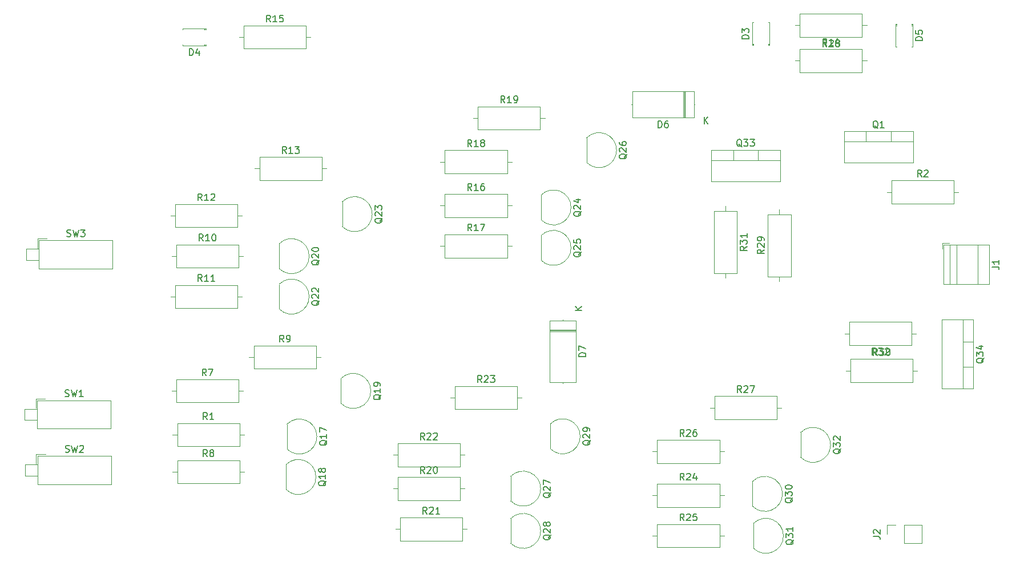
<source format=gto>
G04 #@! TF.GenerationSoftware,KiCad,Pcbnew,8.0.8*
G04 #@! TF.CreationDate,2025-06-19T10:33:32-04:00*
G04 #@! TF.ProjectId,multimeter,6d756c74-696d-4657-9465-722e6b696361,rev?*
G04 #@! TF.SameCoordinates,Original*
G04 #@! TF.FileFunction,Legend,Top*
G04 #@! TF.FilePolarity,Positive*
%FSLAX46Y46*%
G04 Gerber Fmt 4.6, Leading zero omitted, Abs format (unit mm)*
G04 Created by KiCad (PCBNEW 8.0.8) date 2025-06-19 10:33:32*
%MOMM*%
%LPD*%
G01*
G04 APERTURE LIST*
%ADD10C,0.150000*%
%ADD11C,0.120000*%
%ADD12C,1.600000*%
%ADD13O,1.600000X1.600000*%
%ADD14R,1.905000X2.000000*%
%ADD15O,1.905000X2.000000*%
%ADD16R,1.500000X1.050000*%
%ADD17O,1.500000X1.050000*%
%ADD18R,2.000000X2.000000*%
%ADD19C,2.000000*%
%ADD20R,2.000000X1.905000*%
%ADD21O,2.000000X1.905000*%
%ADD22R,1.700000X1.700000*%
%ADD23O,1.700000X1.700000*%
%ADD24R,2.800000X2.800000*%
%ADD25O,2.800000X2.800000*%
%ADD26R,1.600000X1.600000*%
%ADD27R,1.800000X1.800000*%
%ADD28C,1.800000*%
G04 APERTURE END LIST*
D10*
X169007142Y-86234819D02*
X168673809Y-85758628D01*
X168435714Y-86234819D02*
X168435714Y-85234819D01*
X168435714Y-85234819D02*
X168816666Y-85234819D01*
X168816666Y-85234819D02*
X168911904Y-85282438D01*
X168911904Y-85282438D02*
X168959523Y-85330057D01*
X168959523Y-85330057D02*
X169007142Y-85425295D01*
X169007142Y-85425295D02*
X169007142Y-85568152D01*
X169007142Y-85568152D02*
X168959523Y-85663390D01*
X168959523Y-85663390D02*
X168911904Y-85711009D01*
X168911904Y-85711009D02*
X168816666Y-85758628D01*
X168816666Y-85758628D02*
X168435714Y-85758628D01*
X169340476Y-85234819D02*
X169959523Y-85234819D01*
X169959523Y-85234819D02*
X169626190Y-85615771D01*
X169626190Y-85615771D02*
X169769047Y-85615771D01*
X169769047Y-85615771D02*
X169864285Y-85663390D01*
X169864285Y-85663390D02*
X169911904Y-85711009D01*
X169911904Y-85711009D02*
X169959523Y-85806247D01*
X169959523Y-85806247D02*
X169959523Y-86044342D01*
X169959523Y-86044342D02*
X169911904Y-86139580D01*
X169911904Y-86139580D02*
X169864285Y-86187200D01*
X169864285Y-86187200D02*
X169769047Y-86234819D01*
X169769047Y-86234819D02*
X169483333Y-86234819D01*
X169483333Y-86234819D02*
X169388095Y-86187200D01*
X169388095Y-86187200D02*
X169340476Y-86139580D01*
X170578571Y-85234819D02*
X170673809Y-85234819D01*
X170673809Y-85234819D02*
X170769047Y-85282438D01*
X170769047Y-85282438D02*
X170816666Y-85330057D01*
X170816666Y-85330057D02*
X170864285Y-85425295D01*
X170864285Y-85425295D02*
X170911904Y-85615771D01*
X170911904Y-85615771D02*
X170911904Y-85853866D01*
X170911904Y-85853866D02*
X170864285Y-86044342D01*
X170864285Y-86044342D02*
X170816666Y-86139580D01*
X170816666Y-86139580D02*
X170769047Y-86187200D01*
X170769047Y-86187200D02*
X170673809Y-86234819D01*
X170673809Y-86234819D02*
X170578571Y-86234819D01*
X170578571Y-86234819D02*
X170483333Y-86187200D01*
X170483333Y-86187200D02*
X170435714Y-86139580D01*
X170435714Y-86139580D02*
X170388095Y-86044342D01*
X170388095Y-86044342D02*
X170340476Y-85853866D01*
X170340476Y-85853866D02*
X170340476Y-85615771D01*
X170340476Y-85615771D02*
X170388095Y-85425295D01*
X170388095Y-85425295D02*
X170435714Y-85330057D01*
X170435714Y-85330057D02*
X170483333Y-85282438D01*
X170483333Y-85282438D02*
X170578571Y-85234819D01*
X148928571Y-55280057D02*
X148833333Y-55232438D01*
X148833333Y-55232438D02*
X148738095Y-55137200D01*
X148738095Y-55137200D02*
X148595238Y-54994342D01*
X148595238Y-54994342D02*
X148500000Y-54946723D01*
X148500000Y-54946723D02*
X148404762Y-54946723D01*
X148452381Y-55184819D02*
X148357143Y-55137200D01*
X148357143Y-55137200D02*
X148261905Y-55041961D01*
X148261905Y-55041961D02*
X148214286Y-54851485D01*
X148214286Y-54851485D02*
X148214286Y-54518152D01*
X148214286Y-54518152D02*
X148261905Y-54327676D01*
X148261905Y-54327676D02*
X148357143Y-54232438D01*
X148357143Y-54232438D02*
X148452381Y-54184819D01*
X148452381Y-54184819D02*
X148642857Y-54184819D01*
X148642857Y-54184819D02*
X148738095Y-54232438D01*
X148738095Y-54232438D02*
X148833333Y-54327676D01*
X148833333Y-54327676D02*
X148880952Y-54518152D01*
X148880952Y-54518152D02*
X148880952Y-54851485D01*
X148880952Y-54851485D02*
X148833333Y-55041961D01*
X148833333Y-55041961D02*
X148738095Y-55137200D01*
X148738095Y-55137200D02*
X148642857Y-55184819D01*
X148642857Y-55184819D02*
X148452381Y-55184819D01*
X149214286Y-54184819D02*
X149833333Y-54184819D01*
X149833333Y-54184819D02*
X149500000Y-54565771D01*
X149500000Y-54565771D02*
X149642857Y-54565771D01*
X149642857Y-54565771D02*
X149738095Y-54613390D01*
X149738095Y-54613390D02*
X149785714Y-54661009D01*
X149785714Y-54661009D02*
X149833333Y-54756247D01*
X149833333Y-54756247D02*
X149833333Y-54994342D01*
X149833333Y-54994342D02*
X149785714Y-55089580D01*
X149785714Y-55089580D02*
X149738095Y-55137200D01*
X149738095Y-55137200D02*
X149642857Y-55184819D01*
X149642857Y-55184819D02*
X149357143Y-55184819D01*
X149357143Y-55184819D02*
X149261905Y-55137200D01*
X149261905Y-55137200D02*
X149214286Y-55089580D01*
X150166667Y-54184819D02*
X150785714Y-54184819D01*
X150785714Y-54184819D02*
X150452381Y-54565771D01*
X150452381Y-54565771D02*
X150595238Y-54565771D01*
X150595238Y-54565771D02*
X150690476Y-54613390D01*
X150690476Y-54613390D02*
X150738095Y-54661009D01*
X150738095Y-54661009D02*
X150785714Y-54756247D01*
X150785714Y-54756247D02*
X150785714Y-54994342D01*
X150785714Y-54994342D02*
X150738095Y-55089580D01*
X150738095Y-55089580D02*
X150690476Y-55137200D01*
X150690476Y-55137200D02*
X150595238Y-55184819D01*
X150595238Y-55184819D02*
X150309524Y-55184819D01*
X150309524Y-55184819D02*
X150214286Y-55137200D01*
X150214286Y-55137200D02*
X150166667Y-55089580D01*
X120600057Y-106571428D02*
X120552438Y-106666666D01*
X120552438Y-106666666D02*
X120457200Y-106761904D01*
X120457200Y-106761904D02*
X120314342Y-106904761D01*
X120314342Y-106904761D02*
X120266723Y-106999999D01*
X120266723Y-106999999D02*
X120266723Y-107095237D01*
X120504819Y-107047618D02*
X120457200Y-107142856D01*
X120457200Y-107142856D02*
X120361961Y-107238094D01*
X120361961Y-107238094D02*
X120171485Y-107285713D01*
X120171485Y-107285713D02*
X119838152Y-107285713D01*
X119838152Y-107285713D02*
X119647676Y-107238094D01*
X119647676Y-107238094D02*
X119552438Y-107142856D01*
X119552438Y-107142856D02*
X119504819Y-107047618D01*
X119504819Y-107047618D02*
X119504819Y-106857142D01*
X119504819Y-106857142D02*
X119552438Y-106761904D01*
X119552438Y-106761904D02*
X119647676Y-106666666D01*
X119647676Y-106666666D02*
X119838152Y-106619047D01*
X119838152Y-106619047D02*
X120171485Y-106619047D01*
X120171485Y-106619047D02*
X120361961Y-106666666D01*
X120361961Y-106666666D02*
X120457200Y-106761904D01*
X120457200Y-106761904D02*
X120504819Y-106857142D01*
X120504819Y-106857142D02*
X120504819Y-107047618D01*
X119600057Y-106238094D02*
X119552438Y-106190475D01*
X119552438Y-106190475D02*
X119504819Y-106095237D01*
X119504819Y-106095237D02*
X119504819Y-105857142D01*
X119504819Y-105857142D02*
X119552438Y-105761904D01*
X119552438Y-105761904D02*
X119600057Y-105714285D01*
X119600057Y-105714285D02*
X119695295Y-105666666D01*
X119695295Y-105666666D02*
X119790533Y-105666666D01*
X119790533Y-105666666D02*
X119933390Y-105714285D01*
X119933390Y-105714285D02*
X120504819Y-106285713D01*
X120504819Y-106285713D02*
X120504819Y-105666666D01*
X119504819Y-105333332D02*
X119504819Y-104666666D01*
X119504819Y-104666666D02*
X120504819Y-105095237D01*
X149674819Y-70047857D02*
X149198628Y-70381190D01*
X149674819Y-70619285D02*
X148674819Y-70619285D01*
X148674819Y-70619285D02*
X148674819Y-70238333D01*
X148674819Y-70238333D02*
X148722438Y-70143095D01*
X148722438Y-70143095D02*
X148770057Y-70095476D01*
X148770057Y-70095476D02*
X148865295Y-70047857D01*
X148865295Y-70047857D02*
X149008152Y-70047857D01*
X149008152Y-70047857D02*
X149103390Y-70095476D01*
X149103390Y-70095476D02*
X149151009Y-70143095D01*
X149151009Y-70143095D02*
X149198628Y-70238333D01*
X149198628Y-70238333D02*
X149198628Y-70619285D01*
X148674819Y-69714523D02*
X148674819Y-69095476D01*
X148674819Y-69095476D02*
X149055771Y-69428809D01*
X149055771Y-69428809D02*
X149055771Y-69285952D01*
X149055771Y-69285952D02*
X149103390Y-69190714D01*
X149103390Y-69190714D02*
X149151009Y-69143095D01*
X149151009Y-69143095D02*
X149246247Y-69095476D01*
X149246247Y-69095476D02*
X149484342Y-69095476D01*
X149484342Y-69095476D02*
X149579580Y-69143095D01*
X149579580Y-69143095D02*
X149627200Y-69190714D01*
X149627200Y-69190714D02*
X149674819Y-69285952D01*
X149674819Y-69285952D02*
X149674819Y-69571666D01*
X149674819Y-69571666D02*
X149627200Y-69666904D01*
X149627200Y-69666904D02*
X149579580Y-69714523D01*
X149674819Y-68143095D02*
X149674819Y-68714523D01*
X149674819Y-68428809D02*
X148674819Y-68428809D01*
X148674819Y-68428809D02*
X148817676Y-68524047D01*
X148817676Y-68524047D02*
X148912914Y-68619285D01*
X148912914Y-68619285D02*
X148960533Y-68714523D01*
X102207142Y-109734819D02*
X101873809Y-109258628D01*
X101635714Y-109734819D02*
X101635714Y-108734819D01*
X101635714Y-108734819D02*
X102016666Y-108734819D01*
X102016666Y-108734819D02*
X102111904Y-108782438D01*
X102111904Y-108782438D02*
X102159523Y-108830057D01*
X102159523Y-108830057D02*
X102207142Y-108925295D01*
X102207142Y-108925295D02*
X102207142Y-109068152D01*
X102207142Y-109068152D02*
X102159523Y-109163390D01*
X102159523Y-109163390D02*
X102111904Y-109211009D01*
X102111904Y-109211009D02*
X102016666Y-109258628D01*
X102016666Y-109258628D02*
X101635714Y-109258628D01*
X102588095Y-108830057D02*
X102635714Y-108782438D01*
X102635714Y-108782438D02*
X102730952Y-108734819D01*
X102730952Y-108734819D02*
X102969047Y-108734819D01*
X102969047Y-108734819D02*
X103064285Y-108782438D01*
X103064285Y-108782438D02*
X103111904Y-108830057D01*
X103111904Y-108830057D02*
X103159523Y-108925295D01*
X103159523Y-108925295D02*
X103159523Y-109020533D01*
X103159523Y-109020533D02*
X103111904Y-109163390D01*
X103111904Y-109163390D02*
X102540476Y-109734819D01*
X102540476Y-109734819D02*
X103159523Y-109734819D01*
X104111904Y-109734819D02*
X103540476Y-109734819D01*
X103826190Y-109734819D02*
X103826190Y-108734819D01*
X103826190Y-108734819D02*
X103730952Y-108877676D01*
X103730952Y-108877676D02*
X103635714Y-108972914D01*
X103635714Y-108972914D02*
X103540476Y-109020533D01*
X186074819Y-73078333D02*
X186789104Y-73078333D01*
X186789104Y-73078333D02*
X186931961Y-73125952D01*
X186931961Y-73125952D02*
X187027200Y-73221190D01*
X187027200Y-73221190D02*
X187074819Y-73364047D01*
X187074819Y-73364047D02*
X187074819Y-73459285D01*
X187074819Y-72078333D02*
X187074819Y-72649761D01*
X187074819Y-72364047D02*
X186074819Y-72364047D01*
X186074819Y-72364047D02*
X186217676Y-72459285D01*
X186217676Y-72459285D02*
X186312914Y-72554523D01*
X186312914Y-72554523D02*
X186360533Y-72649761D01*
X140357142Y-110734819D02*
X140023809Y-110258628D01*
X139785714Y-110734819D02*
X139785714Y-109734819D01*
X139785714Y-109734819D02*
X140166666Y-109734819D01*
X140166666Y-109734819D02*
X140261904Y-109782438D01*
X140261904Y-109782438D02*
X140309523Y-109830057D01*
X140309523Y-109830057D02*
X140357142Y-109925295D01*
X140357142Y-109925295D02*
X140357142Y-110068152D01*
X140357142Y-110068152D02*
X140309523Y-110163390D01*
X140309523Y-110163390D02*
X140261904Y-110211009D01*
X140261904Y-110211009D02*
X140166666Y-110258628D01*
X140166666Y-110258628D02*
X139785714Y-110258628D01*
X140738095Y-109830057D02*
X140785714Y-109782438D01*
X140785714Y-109782438D02*
X140880952Y-109734819D01*
X140880952Y-109734819D02*
X141119047Y-109734819D01*
X141119047Y-109734819D02*
X141214285Y-109782438D01*
X141214285Y-109782438D02*
X141261904Y-109830057D01*
X141261904Y-109830057D02*
X141309523Y-109925295D01*
X141309523Y-109925295D02*
X141309523Y-110020533D01*
X141309523Y-110020533D02*
X141261904Y-110163390D01*
X141261904Y-110163390D02*
X140690476Y-110734819D01*
X140690476Y-110734819D02*
X141309523Y-110734819D01*
X142214285Y-109734819D02*
X141738095Y-109734819D01*
X141738095Y-109734819D02*
X141690476Y-110211009D01*
X141690476Y-110211009D02*
X141738095Y-110163390D01*
X141738095Y-110163390D02*
X141833333Y-110115771D01*
X141833333Y-110115771D02*
X142071428Y-110115771D01*
X142071428Y-110115771D02*
X142166666Y-110163390D01*
X142166666Y-110163390D02*
X142214285Y-110211009D01*
X142214285Y-110211009D02*
X142261904Y-110306247D01*
X142261904Y-110306247D02*
X142261904Y-110544342D01*
X142261904Y-110544342D02*
X142214285Y-110639580D01*
X142214285Y-110639580D02*
X142166666Y-110687200D01*
X142166666Y-110687200D02*
X142071428Y-110734819D01*
X142071428Y-110734819D02*
X141833333Y-110734819D01*
X141833333Y-110734819D02*
X141738095Y-110687200D01*
X141738095Y-110687200D02*
X141690476Y-110639580D01*
X126460057Y-98801428D02*
X126412438Y-98896666D01*
X126412438Y-98896666D02*
X126317200Y-98991904D01*
X126317200Y-98991904D02*
X126174342Y-99134761D01*
X126174342Y-99134761D02*
X126126723Y-99229999D01*
X126126723Y-99229999D02*
X126126723Y-99325237D01*
X126364819Y-99277618D02*
X126317200Y-99372856D01*
X126317200Y-99372856D02*
X126221961Y-99468094D01*
X126221961Y-99468094D02*
X126031485Y-99515713D01*
X126031485Y-99515713D02*
X125698152Y-99515713D01*
X125698152Y-99515713D02*
X125507676Y-99468094D01*
X125507676Y-99468094D02*
X125412438Y-99372856D01*
X125412438Y-99372856D02*
X125364819Y-99277618D01*
X125364819Y-99277618D02*
X125364819Y-99087142D01*
X125364819Y-99087142D02*
X125412438Y-98991904D01*
X125412438Y-98991904D02*
X125507676Y-98896666D01*
X125507676Y-98896666D02*
X125698152Y-98849047D01*
X125698152Y-98849047D02*
X126031485Y-98849047D01*
X126031485Y-98849047D02*
X126221961Y-98896666D01*
X126221961Y-98896666D02*
X126317200Y-98991904D01*
X126317200Y-98991904D02*
X126364819Y-99087142D01*
X126364819Y-99087142D02*
X126364819Y-99277618D01*
X125460057Y-98468094D02*
X125412438Y-98420475D01*
X125412438Y-98420475D02*
X125364819Y-98325237D01*
X125364819Y-98325237D02*
X125364819Y-98087142D01*
X125364819Y-98087142D02*
X125412438Y-97991904D01*
X125412438Y-97991904D02*
X125460057Y-97944285D01*
X125460057Y-97944285D02*
X125555295Y-97896666D01*
X125555295Y-97896666D02*
X125650533Y-97896666D01*
X125650533Y-97896666D02*
X125793390Y-97944285D01*
X125793390Y-97944285D02*
X126364819Y-98515713D01*
X126364819Y-98515713D02*
X126364819Y-97896666D01*
X126364819Y-97420475D02*
X126364819Y-97229999D01*
X126364819Y-97229999D02*
X126317200Y-97134761D01*
X126317200Y-97134761D02*
X126269580Y-97087142D01*
X126269580Y-97087142D02*
X126126723Y-96991904D01*
X126126723Y-96991904D02*
X125936247Y-96944285D01*
X125936247Y-96944285D02*
X125555295Y-96944285D01*
X125555295Y-96944285D02*
X125460057Y-96991904D01*
X125460057Y-96991904D02*
X125412438Y-97039523D01*
X125412438Y-97039523D02*
X125364819Y-97134761D01*
X125364819Y-97134761D02*
X125364819Y-97325237D01*
X125364819Y-97325237D02*
X125412438Y-97420475D01*
X125412438Y-97420475D02*
X125460057Y-97468094D01*
X125460057Y-97468094D02*
X125555295Y-97515713D01*
X125555295Y-97515713D02*
X125793390Y-97515713D01*
X125793390Y-97515713D02*
X125888628Y-97468094D01*
X125888628Y-97468094D02*
X125936247Y-97420475D01*
X125936247Y-97420475D02*
X125983866Y-97325237D01*
X125983866Y-97325237D02*
X125983866Y-97134761D01*
X125983866Y-97134761D02*
X125936247Y-97039523D01*
X125936247Y-97039523D02*
X125888628Y-96991904D01*
X125888628Y-96991904D02*
X125793390Y-96944285D01*
X108857142Y-55234819D02*
X108523809Y-54758628D01*
X108285714Y-55234819D02*
X108285714Y-54234819D01*
X108285714Y-54234819D02*
X108666666Y-54234819D01*
X108666666Y-54234819D02*
X108761904Y-54282438D01*
X108761904Y-54282438D02*
X108809523Y-54330057D01*
X108809523Y-54330057D02*
X108857142Y-54425295D01*
X108857142Y-54425295D02*
X108857142Y-54568152D01*
X108857142Y-54568152D02*
X108809523Y-54663390D01*
X108809523Y-54663390D02*
X108761904Y-54711009D01*
X108761904Y-54711009D02*
X108666666Y-54758628D01*
X108666666Y-54758628D02*
X108285714Y-54758628D01*
X109809523Y-55234819D02*
X109238095Y-55234819D01*
X109523809Y-55234819D02*
X109523809Y-54234819D01*
X109523809Y-54234819D02*
X109428571Y-54377676D01*
X109428571Y-54377676D02*
X109333333Y-54472914D01*
X109333333Y-54472914D02*
X109238095Y-54520533D01*
X110380952Y-54663390D02*
X110285714Y-54615771D01*
X110285714Y-54615771D02*
X110238095Y-54568152D01*
X110238095Y-54568152D02*
X110190476Y-54472914D01*
X110190476Y-54472914D02*
X110190476Y-54425295D01*
X110190476Y-54425295D02*
X110238095Y-54330057D01*
X110238095Y-54330057D02*
X110285714Y-54282438D01*
X110285714Y-54282438D02*
X110380952Y-54234819D01*
X110380952Y-54234819D02*
X110571428Y-54234819D01*
X110571428Y-54234819D02*
X110666666Y-54282438D01*
X110666666Y-54282438D02*
X110714285Y-54330057D01*
X110714285Y-54330057D02*
X110761904Y-54425295D01*
X110761904Y-54425295D02*
X110761904Y-54472914D01*
X110761904Y-54472914D02*
X110714285Y-54568152D01*
X110714285Y-54568152D02*
X110666666Y-54615771D01*
X110666666Y-54615771D02*
X110571428Y-54663390D01*
X110571428Y-54663390D02*
X110380952Y-54663390D01*
X110380952Y-54663390D02*
X110285714Y-54711009D01*
X110285714Y-54711009D02*
X110238095Y-54758628D01*
X110238095Y-54758628D02*
X110190476Y-54853866D01*
X110190476Y-54853866D02*
X110190476Y-55044342D01*
X110190476Y-55044342D02*
X110238095Y-55139580D01*
X110238095Y-55139580D02*
X110285714Y-55187200D01*
X110285714Y-55187200D02*
X110380952Y-55234819D01*
X110380952Y-55234819D02*
X110571428Y-55234819D01*
X110571428Y-55234819D02*
X110666666Y-55187200D01*
X110666666Y-55187200D02*
X110714285Y-55139580D01*
X110714285Y-55139580D02*
X110761904Y-55044342D01*
X110761904Y-55044342D02*
X110761904Y-54853866D01*
X110761904Y-54853866D02*
X110714285Y-54758628D01*
X110714285Y-54758628D02*
X110666666Y-54711009D01*
X110666666Y-54711009D02*
X110571428Y-54663390D01*
X184820057Y-86611428D02*
X184772438Y-86706666D01*
X184772438Y-86706666D02*
X184677200Y-86801904D01*
X184677200Y-86801904D02*
X184534342Y-86944761D01*
X184534342Y-86944761D02*
X184486723Y-87039999D01*
X184486723Y-87039999D02*
X184486723Y-87135237D01*
X184724819Y-87087618D02*
X184677200Y-87182856D01*
X184677200Y-87182856D02*
X184581961Y-87278094D01*
X184581961Y-87278094D02*
X184391485Y-87325713D01*
X184391485Y-87325713D02*
X184058152Y-87325713D01*
X184058152Y-87325713D02*
X183867676Y-87278094D01*
X183867676Y-87278094D02*
X183772438Y-87182856D01*
X183772438Y-87182856D02*
X183724819Y-87087618D01*
X183724819Y-87087618D02*
X183724819Y-86897142D01*
X183724819Y-86897142D02*
X183772438Y-86801904D01*
X183772438Y-86801904D02*
X183867676Y-86706666D01*
X183867676Y-86706666D02*
X184058152Y-86659047D01*
X184058152Y-86659047D02*
X184391485Y-86659047D01*
X184391485Y-86659047D02*
X184581961Y-86706666D01*
X184581961Y-86706666D02*
X184677200Y-86801904D01*
X184677200Y-86801904D02*
X184724819Y-86897142D01*
X184724819Y-86897142D02*
X184724819Y-87087618D01*
X183724819Y-86325713D02*
X183724819Y-85706666D01*
X183724819Y-85706666D02*
X184105771Y-86039999D01*
X184105771Y-86039999D02*
X184105771Y-85897142D01*
X184105771Y-85897142D02*
X184153390Y-85801904D01*
X184153390Y-85801904D02*
X184201009Y-85754285D01*
X184201009Y-85754285D02*
X184296247Y-85706666D01*
X184296247Y-85706666D02*
X184534342Y-85706666D01*
X184534342Y-85706666D02*
X184629580Y-85754285D01*
X184629580Y-85754285D02*
X184677200Y-85801904D01*
X184677200Y-85801904D02*
X184724819Y-85897142D01*
X184724819Y-85897142D02*
X184724819Y-86182856D01*
X184724819Y-86182856D02*
X184677200Y-86278094D01*
X184677200Y-86278094D02*
X184629580Y-86325713D01*
X184058152Y-84849523D02*
X184724819Y-84849523D01*
X183677200Y-85087618D02*
X184391485Y-85325713D01*
X184391485Y-85325713D02*
X184391485Y-84706666D01*
X87400057Y-98841428D02*
X87352438Y-98936666D01*
X87352438Y-98936666D02*
X87257200Y-99031904D01*
X87257200Y-99031904D02*
X87114342Y-99174761D01*
X87114342Y-99174761D02*
X87066723Y-99269999D01*
X87066723Y-99269999D02*
X87066723Y-99365237D01*
X87304819Y-99317618D02*
X87257200Y-99412856D01*
X87257200Y-99412856D02*
X87161961Y-99508094D01*
X87161961Y-99508094D02*
X86971485Y-99555713D01*
X86971485Y-99555713D02*
X86638152Y-99555713D01*
X86638152Y-99555713D02*
X86447676Y-99508094D01*
X86447676Y-99508094D02*
X86352438Y-99412856D01*
X86352438Y-99412856D02*
X86304819Y-99317618D01*
X86304819Y-99317618D02*
X86304819Y-99127142D01*
X86304819Y-99127142D02*
X86352438Y-99031904D01*
X86352438Y-99031904D02*
X86447676Y-98936666D01*
X86447676Y-98936666D02*
X86638152Y-98889047D01*
X86638152Y-98889047D02*
X86971485Y-98889047D01*
X86971485Y-98889047D02*
X87161961Y-98936666D01*
X87161961Y-98936666D02*
X87257200Y-99031904D01*
X87257200Y-99031904D02*
X87304819Y-99127142D01*
X87304819Y-99127142D02*
X87304819Y-99317618D01*
X87304819Y-97936666D02*
X87304819Y-98508094D01*
X87304819Y-98222380D02*
X86304819Y-98222380D01*
X86304819Y-98222380D02*
X86447676Y-98317618D01*
X86447676Y-98317618D02*
X86542914Y-98412856D01*
X86542914Y-98412856D02*
X86590533Y-98508094D01*
X86304819Y-97603332D02*
X86304819Y-96936666D01*
X86304819Y-96936666D02*
X87304819Y-97365237D01*
X161507142Y-40424819D02*
X161173809Y-39948628D01*
X160935714Y-40424819D02*
X160935714Y-39424819D01*
X160935714Y-39424819D02*
X161316666Y-39424819D01*
X161316666Y-39424819D02*
X161411904Y-39472438D01*
X161411904Y-39472438D02*
X161459523Y-39520057D01*
X161459523Y-39520057D02*
X161507142Y-39615295D01*
X161507142Y-39615295D02*
X161507142Y-39758152D01*
X161507142Y-39758152D02*
X161459523Y-39853390D01*
X161459523Y-39853390D02*
X161411904Y-39901009D01*
X161411904Y-39901009D02*
X161316666Y-39948628D01*
X161316666Y-39948628D02*
X160935714Y-39948628D01*
X161888095Y-39520057D02*
X161935714Y-39472438D01*
X161935714Y-39472438D02*
X162030952Y-39424819D01*
X162030952Y-39424819D02*
X162269047Y-39424819D01*
X162269047Y-39424819D02*
X162364285Y-39472438D01*
X162364285Y-39472438D02*
X162411904Y-39520057D01*
X162411904Y-39520057D02*
X162459523Y-39615295D01*
X162459523Y-39615295D02*
X162459523Y-39710533D01*
X162459523Y-39710533D02*
X162411904Y-39853390D01*
X162411904Y-39853390D02*
X161840476Y-40424819D01*
X161840476Y-40424819D02*
X162459523Y-40424819D01*
X163030952Y-39853390D02*
X162935714Y-39805771D01*
X162935714Y-39805771D02*
X162888095Y-39758152D01*
X162888095Y-39758152D02*
X162840476Y-39662914D01*
X162840476Y-39662914D02*
X162840476Y-39615295D01*
X162840476Y-39615295D02*
X162888095Y-39520057D01*
X162888095Y-39520057D02*
X162935714Y-39472438D01*
X162935714Y-39472438D02*
X163030952Y-39424819D01*
X163030952Y-39424819D02*
X163221428Y-39424819D01*
X163221428Y-39424819D02*
X163316666Y-39472438D01*
X163316666Y-39472438D02*
X163364285Y-39520057D01*
X163364285Y-39520057D02*
X163411904Y-39615295D01*
X163411904Y-39615295D02*
X163411904Y-39662914D01*
X163411904Y-39662914D02*
X163364285Y-39758152D01*
X163364285Y-39758152D02*
X163316666Y-39805771D01*
X163316666Y-39805771D02*
X163221428Y-39853390D01*
X163221428Y-39853390D02*
X163030952Y-39853390D01*
X163030952Y-39853390D02*
X162935714Y-39901009D01*
X162935714Y-39901009D02*
X162888095Y-39948628D01*
X162888095Y-39948628D02*
X162840476Y-40043866D01*
X162840476Y-40043866D02*
X162840476Y-40234342D01*
X162840476Y-40234342D02*
X162888095Y-40329580D01*
X162888095Y-40329580D02*
X162935714Y-40377200D01*
X162935714Y-40377200D02*
X163030952Y-40424819D01*
X163030952Y-40424819D02*
X163221428Y-40424819D01*
X163221428Y-40424819D02*
X163316666Y-40377200D01*
X163316666Y-40377200D02*
X163364285Y-40329580D01*
X163364285Y-40329580D02*
X163411904Y-40234342D01*
X163411904Y-40234342D02*
X163411904Y-40043866D01*
X163411904Y-40043866D02*
X163364285Y-39948628D01*
X163364285Y-39948628D02*
X163316666Y-39901009D01*
X163316666Y-39901009D02*
X163221428Y-39853390D01*
X131860057Y-56341428D02*
X131812438Y-56436666D01*
X131812438Y-56436666D02*
X131717200Y-56531904D01*
X131717200Y-56531904D02*
X131574342Y-56674761D01*
X131574342Y-56674761D02*
X131526723Y-56769999D01*
X131526723Y-56769999D02*
X131526723Y-56865237D01*
X131764819Y-56817618D02*
X131717200Y-56912856D01*
X131717200Y-56912856D02*
X131621961Y-57008094D01*
X131621961Y-57008094D02*
X131431485Y-57055713D01*
X131431485Y-57055713D02*
X131098152Y-57055713D01*
X131098152Y-57055713D02*
X130907676Y-57008094D01*
X130907676Y-57008094D02*
X130812438Y-56912856D01*
X130812438Y-56912856D02*
X130764819Y-56817618D01*
X130764819Y-56817618D02*
X130764819Y-56627142D01*
X130764819Y-56627142D02*
X130812438Y-56531904D01*
X130812438Y-56531904D02*
X130907676Y-56436666D01*
X130907676Y-56436666D02*
X131098152Y-56389047D01*
X131098152Y-56389047D02*
X131431485Y-56389047D01*
X131431485Y-56389047D02*
X131621961Y-56436666D01*
X131621961Y-56436666D02*
X131717200Y-56531904D01*
X131717200Y-56531904D02*
X131764819Y-56627142D01*
X131764819Y-56627142D02*
X131764819Y-56817618D01*
X130860057Y-56008094D02*
X130812438Y-55960475D01*
X130812438Y-55960475D02*
X130764819Y-55865237D01*
X130764819Y-55865237D02*
X130764819Y-55627142D01*
X130764819Y-55627142D02*
X130812438Y-55531904D01*
X130812438Y-55531904D02*
X130860057Y-55484285D01*
X130860057Y-55484285D02*
X130955295Y-55436666D01*
X130955295Y-55436666D02*
X131050533Y-55436666D01*
X131050533Y-55436666D02*
X131193390Y-55484285D01*
X131193390Y-55484285D02*
X131764819Y-56055713D01*
X131764819Y-56055713D02*
X131764819Y-55436666D01*
X130764819Y-54579523D02*
X130764819Y-54769999D01*
X130764819Y-54769999D02*
X130812438Y-54865237D01*
X130812438Y-54865237D02*
X130860057Y-54912856D01*
X130860057Y-54912856D02*
X131002914Y-55008094D01*
X131002914Y-55008094D02*
X131193390Y-55055713D01*
X131193390Y-55055713D02*
X131574342Y-55055713D01*
X131574342Y-55055713D02*
X131669580Y-55008094D01*
X131669580Y-55008094D02*
X131717200Y-54960475D01*
X131717200Y-54960475D02*
X131764819Y-54865237D01*
X131764819Y-54865237D02*
X131764819Y-54674761D01*
X131764819Y-54674761D02*
X131717200Y-54579523D01*
X131717200Y-54579523D02*
X131669580Y-54531904D01*
X131669580Y-54531904D02*
X131574342Y-54484285D01*
X131574342Y-54484285D02*
X131336247Y-54484285D01*
X131336247Y-54484285D02*
X131241009Y-54531904D01*
X131241009Y-54531904D02*
X131193390Y-54579523D01*
X131193390Y-54579523D02*
X131145771Y-54674761D01*
X131145771Y-54674761D02*
X131145771Y-54865237D01*
X131145771Y-54865237D02*
X131193390Y-54960475D01*
X131193390Y-54960475D02*
X131241009Y-55008094D01*
X131241009Y-55008094D02*
X131336247Y-55055713D01*
X168434819Y-113083333D02*
X169149104Y-113083333D01*
X169149104Y-113083333D02*
X169291961Y-113130952D01*
X169291961Y-113130952D02*
X169387200Y-113226190D01*
X169387200Y-113226190D02*
X169434819Y-113369047D01*
X169434819Y-113369047D02*
X169434819Y-113464285D01*
X168530057Y-112654761D02*
X168482438Y-112607142D01*
X168482438Y-112607142D02*
X168434819Y-112511904D01*
X168434819Y-112511904D02*
X168434819Y-112273809D01*
X168434819Y-112273809D02*
X168482438Y-112178571D01*
X168482438Y-112178571D02*
X168530057Y-112130952D01*
X168530057Y-112130952D02*
X168625295Y-112083333D01*
X168625295Y-112083333D02*
X168720533Y-112083333D01*
X168720533Y-112083333D02*
X168863390Y-112130952D01*
X168863390Y-112130952D02*
X169434819Y-112702380D01*
X169434819Y-112702380D02*
X169434819Y-112083333D01*
X169114761Y-52530057D02*
X169019523Y-52482438D01*
X169019523Y-52482438D02*
X168924285Y-52387200D01*
X168924285Y-52387200D02*
X168781428Y-52244342D01*
X168781428Y-52244342D02*
X168686190Y-52196723D01*
X168686190Y-52196723D02*
X168590952Y-52196723D01*
X168638571Y-52434819D02*
X168543333Y-52387200D01*
X168543333Y-52387200D02*
X168448095Y-52291961D01*
X168448095Y-52291961D02*
X168400476Y-52101485D01*
X168400476Y-52101485D02*
X168400476Y-51768152D01*
X168400476Y-51768152D02*
X168448095Y-51577676D01*
X168448095Y-51577676D02*
X168543333Y-51482438D01*
X168543333Y-51482438D02*
X168638571Y-51434819D01*
X168638571Y-51434819D02*
X168829047Y-51434819D01*
X168829047Y-51434819D02*
X168924285Y-51482438D01*
X168924285Y-51482438D02*
X169019523Y-51577676D01*
X169019523Y-51577676D02*
X169067142Y-51768152D01*
X169067142Y-51768152D02*
X169067142Y-52101485D01*
X169067142Y-52101485D02*
X169019523Y-52291961D01*
X169019523Y-52291961D02*
X168924285Y-52387200D01*
X168924285Y-52387200D02*
X168829047Y-52434819D01*
X168829047Y-52434819D02*
X168638571Y-52434819D01*
X170019523Y-52434819D02*
X169448095Y-52434819D01*
X169733809Y-52434819D02*
X169733809Y-51434819D01*
X169733809Y-51434819D02*
X169638571Y-51577676D01*
X169638571Y-51577676D02*
X169543333Y-51672914D01*
X169543333Y-51672914D02*
X169448095Y-51720533D01*
X136511905Y-52424819D02*
X136511905Y-51424819D01*
X136511905Y-51424819D02*
X136750000Y-51424819D01*
X136750000Y-51424819D02*
X136892857Y-51472438D01*
X136892857Y-51472438D02*
X136988095Y-51567676D01*
X136988095Y-51567676D02*
X137035714Y-51662914D01*
X137035714Y-51662914D02*
X137083333Y-51853390D01*
X137083333Y-51853390D02*
X137083333Y-51996247D01*
X137083333Y-51996247D02*
X137035714Y-52186723D01*
X137035714Y-52186723D02*
X136988095Y-52281961D01*
X136988095Y-52281961D02*
X136892857Y-52377200D01*
X136892857Y-52377200D02*
X136750000Y-52424819D01*
X136750000Y-52424819D02*
X136511905Y-52424819D01*
X137940476Y-51424819D02*
X137750000Y-51424819D01*
X137750000Y-51424819D02*
X137654762Y-51472438D01*
X137654762Y-51472438D02*
X137607143Y-51520057D01*
X137607143Y-51520057D02*
X137511905Y-51662914D01*
X137511905Y-51662914D02*
X137464286Y-51853390D01*
X137464286Y-51853390D02*
X137464286Y-52234342D01*
X137464286Y-52234342D02*
X137511905Y-52329580D01*
X137511905Y-52329580D02*
X137559524Y-52377200D01*
X137559524Y-52377200D02*
X137654762Y-52424819D01*
X137654762Y-52424819D02*
X137845238Y-52424819D01*
X137845238Y-52424819D02*
X137940476Y-52377200D01*
X137940476Y-52377200D02*
X137988095Y-52329580D01*
X137988095Y-52329580D02*
X138035714Y-52234342D01*
X138035714Y-52234342D02*
X138035714Y-51996247D01*
X138035714Y-51996247D02*
X137988095Y-51901009D01*
X137988095Y-51901009D02*
X137940476Y-51853390D01*
X137940476Y-51853390D02*
X137845238Y-51805771D01*
X137845238Y-51805771D02*
X137654762Y-51805771D01*
X137654762Y-51805771D02*
X137559524Y-51853390D01*
X137559524Y-51853390D02*
X137511905Y-51901009D01*
X137511905Y-51901009D02*
X137464286Y-51996247D01*
X143338095Y-51854819D02*
X143338095Y-50854819D01*
X143909523Y-51854819D02*
X143480952Y-51283390D01*
X143909523Y-50854819D02*
X143338095Y-51426247D01*
X125100057Y-64841428D02*
X125052438Y-64936666D01*
X125052438Y-64936666D02*
X124957200Y-65031904D01*
X124957200Y-65031904D02*
X124814342Y-65174761D01*
X124814342Y-65174761D02*
X124766723Y-65269999D01*
X124766723Y-65269999D02*
X124766723Y-65365237D01*
X125004819Y-65317618D02*
X124957200Y-65412856D01*
X124957200Y-65412856D02*
X124861961Y-65508094D01*
X124861961Y-65508094D02*
X124671485Y-65555713D01*
X124671485Y-65555713D02*
X124338152Y-65555713D01*
X124338152Y-65555713D02*
X124147676Y-65508094D01*
X124147676Y-65508094D02*
X124052438Y-65412856D01*
X124052438Y-65412856D02*
X124004819Y-65317618D01*
X124004819Y-65317618D02*
X124004819Y-65127142D01*
X124004819Y-65127142D02*
X124052438Y-65031904D01*
X124052438Y-65031904D02*
X124147676Y-64936666D01*
X124147676Y-64936666D02*
X124338152Y-64889047D01*
X124338152Y-64889047D02*
X124671485Y-64889047D01*
X124671485Y-64889047D02*
X124861961Y-64936666D01*
X124861961Y-64936666D02*
X124957200Y-65031904D01*
X124957200Y-65031904D02*
X125004819Y-65127142D01*
X125004819Y-65127142D02*
X125004819Y-65317618D01*
X124100057Y-64508094D02*
X124052438Y-64460475D01*
X124052438Y-64460475D02*
X124004819Y-64365237D01*
X124004819Y-64365237D02*
X124004819Y-64127142D01*
X124004819Y-64127142D02*
X124052438Y-64031904D01*
X124052438Y-64031904D02*
X124100057Y-63984285D01*
X124100057Y-63984285D02*
X124195295Y-63936666D01*
X124195295Y-63936666D02*
X124290533Y-63936666D01*
X124290533Y-63936666D02*
X124433390Y-63984285D01*
X124433390Y-63984285D02*
X125004819Y-64555713D01*
X125004819Y-64555713D02*
X125004819Y-63936666D01*
X124338152Y-63079523D02*
X125004819Y-63079523D01*
X123957200Y-63317618D02*
X124671485Y-63555713D01*
X124671485Y-63555713D02*
X124671485Y-62936666D01*
X156600057Y-113571428D02*
X156552438Y-113666666D01*
X156552438Y-113666666D02*
X156457200Y-113761904D01*
X156457200Y-113761904D02*
X156314342Y-113904761D01*
X156314342Y-113904761D02*
X156266723Y-113999999D01*
X156266723Y-113999999D02*
X156266723Y-114095237D01*
X156504819Y-114047618D02*
X156457200Y-114142856D01*
X156457200Y-114142856D02*
X156361961Y-114238094D01*
X156361961Y-114238094D02*
X156171485Y-114285713D01*
X156171485Y-114285713D02*
X155838152Y-114285713D01*
X155838152Y-114285713D02*
X155647676Y-114238094D01*
X155647676Y-114238094D02*
X155552438Y-114142856D01*
X155552438Y-114142856D02*
X155504819Y-114047618D01*
X155504819Y-114047618D02*
X155504819Y-113857142D01*
X155504819Y-113857142D02*
X155552438Y-113761904D01*
X155552438Y-113761904D02*
X155647676Y-113666666D01*
X155647676Y-113666666D02*
X155838152Y-113619047D01*
X155838152Y-113619047D02*
X156171485Y-113619047D01*
X156171485Y-113619047D02*
X156361961Y-113666666D01*
X156361961Y-113666666D02*
X156457200Y-113761904D01*
X156457200Y-113761904D02*
X156504819Y-113857142D01*
X156504819Y-113857142D02*
X156504819Y-114047618D01*
X155504819Y-113285713D02*
X155504819Y-112666666D01*
X155504819Y-112666666D02*
X155885771Y-112999999D01*
X155885771Y-112999999D02*
X155885771Y-112857142D01*
X155885771Y-112857142D02*
X155933390Y-112761904D01*
X155933390Y-112761904D02*
X155981009Y-112714285D01*
X155981009Y-112714285D02*
X156076247Y-112666666D01*
X156076247Y-112666666D02*
X156314342Y-112666666D01*
X156314342Y-112666666D02*
X156409580Y-112714285D01*
X156409580Y-112714285D02*
X156457200Y-112761904D01*
X156457200Y-112761904D02*
X156504819Y-112857142D01*
X156504819Y-112857142D02*
X156504819Y-113142856D01*
X156504819Y-113142856D02*
X156457200Y-113238094D01*
X156457200Y-113238094D02*
X156409580Y-113285713D01*
X156504819Y-111714285D02*
X156504819Y-112285713D01*
X156504819Y-111999999D02*
X155504819Y-111999999D01*
X155504819Y-111999999D02*
X155647676Y-112095237D01*
X155647676Y-112095237D02*
X155742914Y-112190475D01*
X155742914Y-112190475D02*
X155790533Y-112285713D01*
X125100057Y-70841428D02*
X125052438Y-70936666D01*
X125052438Y-70936666D02*
X124957200Y-71031904D01*
X124957200Y-71031904D02*
X124814342Y-71174761D01*
X124814342Y-71174761D02*
X124766723Y-71269999D01*
X124766723Y-71269999D02*
X124766723Y-71365237D01*
X125004819Y-71317618D02*
X124957200Y-71412856D01*
X124957200Y-71412856D02*
X124861961Y-71508094D01*
X124861961Y-71508094D02*
X124671485Y-71555713D01*
X124671485Y-71555713D02*
X124338152Y-71555713D01*
X124338152Y-71555713D02*
X124147676Y-71508094D01*
X124147676Y-71508094D02*
X124052438Y-71412856D01*
X124052438Y-71412856D02*
X124004819Y-71317618D01*
X124004819Y-71317618D02*
X124004819Y-71127142D01*
X124004819Y-71127142D02*
X124052438Y-71031904D01*
X124052438Y-71031904D02*
X124147676Y-70936666D01*
X124147676Y-70936666D02*
X124338152Y-70889047D01*
X124338152Y-70889047D02*
X124671485Y-70889047D01*
X124671485Y-70889047D02*
X124861961Y-70936666D01*
X124861961Y-70936666D02*
X124957200Y-71031904D01*
X124957200Y-71031904D02*
X125004819Y-71127142D01*
X125004819Y-71127142D02*
X125004819Y-71317618D01*
X124100057Y-70508094D02*
X124052438Y-70460475D01*
X124052438Y-70460475D02*
X124004819Y-70365237D01*
X124004819Y-70365237D02*
X124004819Y-70127142D01*
X124004819Y-70127142D02*
X124052438Y-70031904D01*
X124052438Y-70031904D02*
X124100057Y-69984285D01*
X124100057Y-69984285D02*
X124195295Y-69936666D01*
X124195295Y-69936666D02*
X124290533Y-69936666D01*
X124290533Y-69936666D02*
X124433390Y-69984285D01*
X124433390Y-69984285D02*
X125004819Y-70555713D01*
X125004819Y-70555713D02*
X125004819Y-69936666D01*
X124004819Y-69031904D02*
X124004819Y-69508094D01*
X124004819Y-69508094D02*
X124481009Y-69555713D01*
X124481009Y-69555713D02*
X124433390Y-69508094D01*
X124433390Y-69508094D02*
X124385771Y-69412856D01*
X124385771Y-69412856D02*
X124385771Y-69174761D01*
X124385771Y-69174761D02*
X124433390Y-69079523D01*
X124433390Y-69079523D02*
X124481009Y-69031904D01*
X124481009Y-69031904D02*
X124576247Y-68984285D01*
X124576247Y-68984285D02*
X124814342Y-68984285D01*
X124814342Y-68984285D02*
X124909580Y-69031904D01*
X124909580Y-69031904D02*
X124957200Y-69079523D01*
X124957200Y-69079523D02*
X125004819Y-69174761D01*
X125004819Y-69174761D02*
X125004819Y-69412856D01*
X125004819Y-69412856D02*
X124957200Y-69508094D01*
X124957200Y-69508094D02*
X124909580Y-69555713D01*
X86250057Y-72071428D02*
X86202438Y-72166666D01*
X86202438Y-72166666D02*
X86107200Y-72261904D01*
X86107200Y-72261904D02*
X85964342Y-72404761D01*
X85964342Y-72404761D02*
X85916723Y-72499999D01*
X85916723Y-72499999D02*
X85916723Y-72595237D01*
X86154819Y-72547618D02*
X86107200Y-72642856D01*
X86107200Y-72642856D02*
X86011961Y-72738094D01*
X86011961Y-72738094D02*
X85821485Y-72785713D01*
X85821485Y-72785713D02*
X85488152Y-72785713D01*
X85488152Y-72785713D02*
X85297676Y-72738094D01*
X85297676Y-72738094D02*
X85202438Y-72642856D01*
X85202438Y-72642856D02*
X85154819Y-72547618D01*
X85154819Y-72547618D02*
X85154819Y-72357142D01*
X85154819Y-72357142D02*
X85202438Y-72261904D01*
X85202438Y-72261904D02*
X85297676Y-72166666D01*
X85297676Y-72166666D02*
X85488152Y-72119047D01*
X85488152Y-72119047D02*
X85821485Y-72119047D01*
X85821485Y-72119047D02*
X86011961Y-72166666D01*
X86011961Y-72166666D02*
X86107200Y-72261904D01*
X86107200Y-72261904D02*
X86154819Y-72357142D01*
X86154819Y-72357142D02*
X86154819Y-72547618D01*
X85250057Y-71738094D02*
X85202438Y-71690475D01*
X85202438Y-71690475D02*
X85154819Y-71595237D01*
X85154819Y-71595237D02*
X85154819Y-71357142D01*
X85154819Y-71357142D02*
X85202438Y-71261904D01*
X85202438Y-71261904D02*
X85250057Y-71214285D01*
X85250057Y-71214285D02*
X85345295Y-71166666D01*
X85345295Y-71166666D02*
X85440533Y-71166666D01*
X85440533Y-71166666D02*
X85583390Y-71214285D01*
X85583390Y-71214285D02*
X86154819Y-71785713D01*
X86154819Y-71785713D02*
X86154819Y-71166666D01*
X85154819Y-70547618D02*
X85154819Y-70452380D01*
X85154819Y-70452380D02*
X85202438Y-70357142D01*
X85202438Y-70357142D02*
X85250057Y-70309523D01*
X85250057Y-70309523D02*
X85345295Y-70261904D01*
X85345295Y-70261904D02*
X85535771Y-70214285D01*
X85535771Y-70214285D02*
X85773866Y-70214285D01*
X85773866Y-70214285D02*
X85964342Y-70261904D01*
X85964342Y-70261904D02*
X86059580Y-70309523D01*
X86059580Y-70309523D02*
X86107200Y-70357142D01*
X86107200Y-70357142D02*
X86154819Y-70452380D01*
X86154819Y-70452380D02*
X86154819Y-70547618D01*
X86154819Y-70547618D02*
X86107200Y-70642856D01*
X86107200Y-70642856D02*
X86059580Y-70690475D01*
X86059580Y-70690475D02*
X85964342Y-70738094D01*
X85964342Y-70738094D02*
X85773866Y-70785713D01*
X85773866Y-70785713D02*
X85535771Y-70785713D01*
X85535771Y-70785713D02*
X85345295Y-70738094D01*
X85345295Y-70738094D02*
X85250057Y-70690475D01*
X85250057Y-70690475D02*
X85202438Y-70642856D01*
X85202438Y-70642856D02*
X85154819Y-70547618D01*
X68857142Y-75234819D02*
X68523809Y-74758628D01*
X68285714Y-75234819D02*
X68285714Y-74234819D01*
X68285714Y-74234819D02*
X68666666Y-74234819D01*
X68666666Y-74234819D02*
X68761904Y-74282438D01*
X68761904Y-74282438D02*
X68809523Y-74330057D01*
X68809523Y-74330057D02*
X68857142Y-74425295D01*
X68857142Y-74425295D02*
X68857142Y-74568152D01*
X68857142Y-74568152D02*
X68809523Y-74663390D01*
X68809523Y-74663390D02*
X68761904Y-74711009D01*
X68761904Y-74711009D02*
X68666666Y-74758628D01*
X68666666Y-74758628D02*
X68285714Y-74758628D01*
X69809523Y-75234819D02*
X69238095Y-75234819D01*
X69523809Y-75234819D02*
X69523809Y-74234819D01*
X69523809Y-74234819D02*
X69428571Y-74377676D01*
X69428571Y-74377676D02*
X69333333Y-74472914D01*
X69333333Y-74472914D02*
X69238095Y-74520533D01*
X70761904Y-75234819D02*
X70190476Y-75234819D01*
X70476190Y-75234819D02*
X70476190Y-74234819D01*
X70476190Y-74234819D02*
X70380952Y-74377676D01*
X70380952Y-74377676D02*
X70285714Y-74472914D01*
X70285714Y-74472914D02*
X70190476Y-74520533D01*
X95400057Y-92071428D02*
X95352438Y-92166666D01*
X95352438Y-92166666D02*
X95257200Y-92261904D01*
X95257200Y-92261904D02*
X95114342Y-92404761D01*
X95114342Y-92404761D02*
X95066723Y-92499999D01*
X95066723Y-92499999D02*
X95066723Y-92595237D01*
X95304819Y-92547618D02*
X95257200Y-92642856D01*
X95257200Y-92642856D02*
X95161961Y-92738094D01*
X95161961Y-92738094D02*
X94971485Y-92785713D01*
X94971485Y-92785713D02*
X94638152Y-92785713D01*
X94638152Y-92785713D02*
X94447676Y-92738094D01*
X94447676Y-92738094D02*
X94352438Y-92642856D01*
X94352438Y-92642856D02*
X94304819Y-92547618D01*
X94304819Y-92547618D02*
X94304819Y-92357142D01*
X94304819Y-92357142D02*
X94352438Y-92261904D01*
X94352438Y-92261904D02*
X94447676Y-92166666D01*
X94447676Y-92166666D02*
X94638152Y-92119047D01*
X94638152Y-92119047D02*
X94971485Y-92119047D01*
X94971485Y-92119047D02*
X95161961Y-92166666D01*
X95161961Y-92166666D02*
X95257200Y-92261904D01*
X95257200Y-92261904D02*
X95304819Y-92357142D01*
X95304819Y-92357142D02*
X95304819Y-92547618D01*
X95304819Y-91166666D02*
X95304819Y-91738094D01*
X95304819Y-91452380D02*
X94304819Y-91452380D01*
X94304819Y-91452380D02*
X94447676Y-91547618D01*
X94447676Y-91547618D02*
X94542914Y-91642856D01*
X94542914Y-91642856D02*
X94590533Y-91738094D01*
X95304819Y-90690475D02*
X95304819Y-90499999D01*
X95304819Y-90499999D02*
X95257200Y-90404761D01*
X95257200Y-90404761D02*
X95209580Y-90357142D01*
X95209580Y-90357142D02*
X95066723Y-90261904D01*
X95066723Y-90261904D02*
X94876247Y-90214285D01*
X94876247Y-90214285D02*
X94495295Y-90214285D01*
X94495295Y-90214285D02*
X94400057Y-90261904D01*
X94400057Y-90261904D02*
X94352438Y-90309523D01*
X94352438Y-90309523D02*
X94304819Y-90404761D01*
X94304819Y-90404761D02*
X94304819Y-90595237D01*
X94304819Y-90595237D02*
X94352438Y-90690475D01*
X94352438Y-90690475D02*
X94400057Y-90738094D01*
X94400057Y-90738094D02*
X94495295Y-90785713D01*
X94495295Y-90785713D02*
X94733390Y-90785713D01*
X94733390Y-90785713D02*
X94828628Y-90738094D01*
X94828628Y-90738094D02*
X94876247Y-90690475D01*
X94876247Y-90690475D02*
X94923866Y-90595237D01*
X94923866Y-90595237D02*
X94923866Y-90404761D01*
X94923866Y-90404761D02*
X94876247Y-90309523D01*
X94876247Y-90309523D02*
X94828628Y-90261904D01*
X94828628Y-90261904D02*
X94733390Y-90214285D01*
X81357142Y-56234819D02*
X81023809Y-55758628D01*
X80785714Y-56234819D02*
X80785714Y-55234819D01*
X80785714Y-55234819D02*
X81166666Y-55234819D01*
X81166666Y-55234819D02*
X81261904Y-55282438D01*
X81261904Y-55282438D02*
X81309523Y-55330057D01*
X81309523Y-55330057D02*
X81357142Y-55425295D01*
X81357142Y-55425295D02*
X81357142Y-55568152D01*
X81357142Y-55568152D02*
X81309523Y-55663390D01*
X81309523Y-55663390D02*
X81261904Y-55711009D01*
X81261904Y-55711009D02*
X81166666Y-55758628D01*
X81166666Y-55758628D02*
X80785714Y-55758628D01*
X82309523Y-56234819D02*
X81738095Y-56234819D01*
X82023809Y-56234819D02*
X82023809Y-55234819D01*
X82023809Y-55234819D02*
X81928571Y-55377676D01*
X81928571Y-55377676D02*
X81833333Y-55472914D01*
X81833333Y-55472914D02*
X81738095Y-55520533D01*
X82642857Y-55234819D02*
X83261904Y-55234819D01*
X83261904Y-55234819D02*
X82928571Y-55615771D01*
X82928571Y-55615771D02*
X83071428Y-55615771D01*
X83071428Y-55615771D02*
X83166666Y-55663390D01*
X83166666Y-55663390D02*
X83214285Y-55711009D01*
X83214285Y-55711009D02*
X83261904Y-55806247D01*
X83261904Y-55806247D02*
X83261904Y-56044342D01*
X83261904Y-56044342D02*
X83214285Y-56139580D01*
X83214285Y-56139580D02*
X83166666Y-56187200D01*
X83166666Y-56187200D02*
X83071428Y-56234819D01*
X83071428Y-56234819D02*
X82785714Y-56234819D01*
X82785714Y-56234819D02*
X82690476Y-56187200D01*
X82690476Y-56187200D02*
X82642857Y-56139580D01*
X110357142Y-90234819D02*
X110023809Y-89758628D01*
X109785714Y-90234819D02*
X109785714Y-89234819D01*
X109785714Y-89234819D02*
X110166666Y-89234819D01*
X110166666Y-89234819D02*
X110261904Y-89282438D01*
X110261904Y-89282438D02*
X110309523Y-89330057D01*
X110309523Y-89330057D02*
X110357142Y-89425295D01*
X110357142Y-89425295D02*
X110357142Y-89568152D01*
X110357142Y-89568152D02*
X110309523Y-89663390D01*
X110309523Y-89663390D02*
X110261904Y-89711009D01*
X110261904Y-89711009D02*
X110166666Y-89758628D01*
X110166666Y-89758628D02*
X109785714Y-89758628D01*
X110738095Y-89330057D02*
X110785714Y-89282438D01*
X110785714Y-89282438D02*
X110880952Y-89234819D01*
X110880952Y-89234819D02*
X111119047Y-89234819D01*
X111119047Y-89234819D02*
X111214285Y-89282438D01*
X111214285Y-89282438D02*
X111261904Y-89330057D01*
X111261904Y-89330057D02*
X111309523Y-89425295D01*
X111309523Y-89425295D02*
X111309523Y-89520533D01*
X111309523Y-89520533D02*
X111261904Y-89663390D01*
X111261904Y-89663390D02*
X110690476Y-90234819D01*
X110690476Y-90234819D02*
X111309523Y-90234819D01*
X111642857Y-89234819D02*
X112261904Y-89234819D01*
X112261904Y-89234819D02*
X111928571Y-89615771D01*
X111928571Y-89615771D02*
X112071428Y-89615771D01*
X112071428Y-89615771D02*
X112166666Y-89663390D01*
X112166666Y-89663390D02*
X112214285Y-89711009D01*
X112214285Y-89711009D02*
X112261904Y-89806247D01*
X112261904Y-89806247D02*
X112261904Y-90044342D01*
X112261904Y-90044342D02*
X112214285Y-90139580D01*
X112214285Y-90139580D02*
X112166666Y-90187200D01*
X112166666Y-90187200D02*
X112071428Y-90234819D01*
X112071428Y-90234819D02*
X111785714Y-90234819D01*
X111785714Y-90234819D02*
X111690476Y-90187200D01*
X111690476Y-90187200D02*
X111642857Y-90139580D01*
X68857142Y-63234819D02*
X68523809Y-62758628D01*
X68285714Y-63234819D02*
X68285714Y-62234819D01*
X68285714Y-62234819D02*
X68666666Y-62234819D01*
X68666666Y-62234819D02*
X68761904Y-62282438D01*
X68761904Y-62282438D02*
X68809523Y-62330057D01*
X68809523Y-62330057D02*
X68857142Y-62425295D01*
X68857142Y-62425295D02*
X68857142Y-62568152D01*
X68857142Y-62568152D02*
X68809523Y-62663390D01*
X68809523Y-62663390D02*
X68761904Y-62711009D01*
X68761904Y-62711009D02*
X68666666Y-62758628D01*
X68666666Y-62758628D02*
X68285714Y-62758628D01*
X69809523Y-63234819D02*
X69238095Y-63234819D01*
X69523809Y-63234819D02*
X69523809Y-62234819D01*
X69523809Y-62234819D02*
X69428571Y-62377676D01*
X69428571Y-62377676D02*
X69333333Y-62472914D01*
X69333333Y-62472914D02*
X69238095Y-62520533D01*
X70190476Y-62330057D02*
X70238095Y-62282438D01*
X70238095Y-62282438D02*
X70333333Y-62234819D01*
X70333333Y-62234819D02*
X70571428Y-62234819D01*
X70571428Y-62234819D02*
X70666666Y-62282438D01*
X70666666Y-62282438D02*
X70714285Y-62330057D01*
X70714285Y-62330057D02*
X70761904Y-62425295D01*
X70761904Y-62425295D02*
X70761904Y-62520533D01*
X70761904Y-62520533D02*
X70714285Y-62663390D01*
X70714285Y-62663390D02*
X70142857Y-63234819D01*
X70142857Y-63234819D02*
X70761904Y-63234819D01*
X156460057Y-107341428D02*
X156412438Y-107436666D01*
X156412438Y-107436666D02*
X156317200Y-107531904D01*
X156317200Y-107531904D02*
X156174342Y-107674761D01*
X156174342Y-107674761D02*
X156126723Y-107769999D01*
X156126723Y-107769999D02*
X156126723Y-107865237D01*
X156364819Y-107817618D02*
X156317200Y-107912856D01*
X156317200Y-107912856D02*
X156221961Y-108008094D01*
X156221961Y-108008094D02*
X156031485Y-108055713D01*
X156031485Y-108055713D02*
X155698152Y-108055713D01*
X155698152Y-108055713D02*
X155507676Y-108008094D01*
X155507676Y-108008094D02*
X155412438Y-107912856D01*
X155412438Y-107912856D02*
X155364819Y-107817618D01*
X155364819Y-107817618D02*
X155364819Y-107627142D01*
X155364819Y-107627142D02*
X155412438Y-107531904D01*
X155412438Y-107531904D02*
X155507676Y-107436666D01*
X155507676Y-107436666D02*
X155698152Y-107389047D01*
X155698152Y-107389047D02*
X156031485Y-107389047D01*
X156031485Y-107389047D02*
X156221961Y-107436666D01*
X156221961Y-107436666D02*
X156317200Y-107531904D01*
X156317200Y-107531904D02*
X156364819Y-107627142D01*
X156364819Y-107627142D02*
X156364819Y-107817618D01*
X155364819Y-107055713D02*
X155364819Y-106436666D01*
X155364819Y-106436666D02*
X155745771Y-106769999D01*
X155745771Y-106769999D02*
X155745771Y-106627142D01*
X155745771Y-106627142D02*
X155793390Y-106531904D01*
X155793390Y-106531904D02*
X155841009Y-106484285D01*
X155841009Y-106484285D02*
X155936247Y-106436666D01*
X155936247Y-106436666D02*
X156174342Y-106436666D01*
X156174342Y-106436666D02*
X156269580Y-106484285D01*
X156269580Y-106484285D02*
X156317200Y-106531904D01*
X156317200Y-106531904D02*
X156364819Y-106627142D01*
X156364819Y-106627142D02*
X156364819Y-106912856D01*
X156364819Y-106912856D02*
X156317200Y-107008094D01*
X156317200Y-107008094D02*
X156269580Y-107055713D01*
X155364819Y-105817618D02*
X155364819Y-105722380D01*
X155364819Y-105722380D02*
X155412438Y-105627142D01*
X155412438Y-105627142D02*
X155460057Y-105579523D01*
X155460057Y-105579523D02*
X155555295Y-105531904D01*
X155555295Y-105531904D02*
X155745771Y-105484285D01*
X155745771Y-105484285D02*
X155983866Y-105484285D01*
X155983866Y-105484285D02*
X156174342Y-105531904D01*
X156174342Y-105531904D02*
X156269580Y-105579523D01*
X156269580Y-105579523D02*
X156317200Y-105627142D01*
X156317200Y-105627142D02*
X156364819Y-105722380D01*
X156364819Y-105722380D02*
X156364819Y-105817618D01*
X156364819Y-105817618D02*
X156317200Y-105912856D01*
X156317200Y-105912856D02*
X156269580Y-105960475D01*
X156269580Y-105960475D02*
X156174342Y-106008094D01*
X156174342Y-106008094D02*
X155983866Y-106055713D01*
X155983866Y-106055713D02*
X155745771Y-106055713D01*
X155745771Y-106055713D02*
X155555295Y-106008094D01*
X155555295Y-106008094D02*
X155460057Y-105960475D01*
X155460057Y-105960475D02*
X155412438Y-105912856D01*
X155412438Y-105912856D02*
X155364819Y-105817618D01*
X87260057Y-104841428D02*
X87212438Y-104936666D01*
X87212438Y-104936666D02*
X87117200Y-105031904D01*
X87117200Y-105031904D02*
X86974342Y-105174761D01*
X86974342Y-105174761D02*
X86926723Y-105269999D01*
X86926723Y-105269999D02*
X86926723Y-105365237D01*
X87164819Y-105317618D02*
X87117200Y-105412856D01*
X87117200Y-105412856D02*
X87021961Y-105508094D01*
X87021961Y-105508094D02*
X86831485Y-105555713D01*
X86831485Y-105555713D02*
X86498152Y-105555713D01*
X86498152Y-105555713D02*
X86307676Y-105508094D01*
X86307676Y-105508094D02*
X86212438Y-105412856D01*
X86212438Y-105412856D02*
X86164819Y-105317618D01*
X86164819Y-105317618D02*
X86164819Y-105127142D01*
X86164819Y-105127142D02*
X86212438Y-105031904D01*
X86212438Y-105031904D02*
X86307676Y-104936666D01*
X86307676Y-104936666D02*
X86498152Y-104889047D01*
X86498152Y-104889047D02*
X86831485Y-104889047D01*
X86831485Y-104889047D02*
X87021961Y-104936666D01*
X87021961Y-104936666D02*
X87117200Y-105031904D01*
X87117200Y-105031904D02*
X87164819Y-105127142D01*
X87164819Y-105127142D02*
X87164819Y-105317618D01*
X87164819Y-103936666D02*
X87164819Y-104508094D01*
X87164819Y-104222380D02*
X86164819Y-104222380D01*
X86164819Y-104222380D02*
X86307676Y-104317618D01*
X86307676Y-104317618D02*
X86402914Y-104412856D01*
X86402914Y-104412856D02*
X86450533Y-104508094D01*
X86593390Y-103365237D02*
X86545771Y-103460475D01*
X86545771Y-103460475D02*
X86498152Y-103508094D01*
X86498152Y-103508094D02*
X86402914Y-103555713D01*
X86402914Y-103555713D02*
X86355295Y-103555713D01*
X86355295Y-103555713D02*
X86260057Y-103508094D01*
X86260057Y-103508094D02*
X86212438Y-103460475D01*
X86212438Y-103460475D02*
X86164819Y-103365237D01*
X86164819Y-103365237D02*
X86164819Y-103174761D01*
X86164819Y-103174761D02*
X86212438Y-103079523D01*
X86212438Y-103079523D02*
X86260057Y-103031904D01*
X86260057Y-103031904D02*
X86355295Y-102984285D01*
X86355295Y-102984285D02*
X86402914Y-102984285D01*
X86402914Y-102984285D02*
X86498152Y-103031904D01*
X86498152Y-103031904D02*
X86545771Y-103079523D01*
X86545771Y-103079523D02*
X86593390Y-103174761D01*
X86593390Y-103174761D02*
X86593390Y-103365237D01*
X86593390Y-103365237D02*
X86641009Y-103460475D01*
X86641009Y-103460475D02*
X86688628Y-103508094D01*
X86688628Y-103508094D02*
X86783866Y-103555713D01*
X86783866Y-103555713D02*
X86974342Y-103555713D01*
X86974342Y-103555713D02*
X87069580Y-103508094D01*
X87069580Y-103508094D02*
X87117200Y-103460475D01*
X87117200Y-103460475D02*
X87164819Y-103365237D01*
X87164819Y-103365237D02*
X87164819Y-103174761D01*
X87164819Y-103174761D02*
X87117200Y-103079523D01*
X87117200Y-103079523D02*
X87069580Y-103031904D01*
X87069580Y-103031904D02*
X86974342Y-102984285D01*
X86974342Y-102984285D02*
X86783866Y-102984285D01*
X86783866Y-102984285D02*
X86688628Y-103031904D01*
X86688628Y-103031904D02*
X86641009Y-103079523D01*
X86641009Y-103079523D02*
X86593390Y-103174761D01*
X108857142Y-61734819D02*
X108523809Y-61258628D01*
X108285714Y-61734819D02*
X108285714Y-60734819D01*
X108285714Y-60734819D02*
X108666666Y-60734819D01*
X108666666Y-60734819D02*
X108761904Y-60782438D01*
X108761904Y-60782438D02*
X108809523Y-60830057D01*
X108809523Y-60830057D02*
X108857142Y-60925295D01*
X108857142Y-60925295D02*
X108857142Y-61068152D01*
X108857142Y-61068152D02*
X108809523Y-61163390D01*
X108809523Y-61163390D02*
X108761904Y-61211009D01*
X108761904Y-61211009D02*
X108666666Y-61258628D01*
X108666666Y-61258628D02*
X108285714Y-61258628D01*
X109809523Y-61734819D02*
X109238095Y-61734819D01*
X109523809Y-61734819D02*
X109523809Y-60734819D01*
X109523809Y-60734819D02*
X109428571Y-60877676D01*
X109428571Y-60877676D02*
X109333333Y-60972914D01*
X109333333Y-60972914D02*
X109238095Y-61020533D01*
X110666666Y-60734819D02*
X110476190Y-60734819D01*
X110476190Y-60734819D02*
X110380952Y-60782438D01*
X110380952Y-60782438D02*
X110333333Y-60830057D01*
X110333333Y-60830057D02*
X110238095Y-60972914D01*
X110238095Y-60972914D02*
X110190476Y-61163390D01*
X110190476Y-61163390D02*
X110190476Y-61544342D01*
X110190476Y-61544342D02*
X110238095Y-61639580D01*
X110238095Y-61639580D02*
X110285714Y-61687200D01*
X110285714Y-61687200D02*
X110380952Y-61734819D01*
X110380952Y-61734819D02*
X110571428Y-61734819D01*
X110571428Y-61734819D02*
X110666666Y-61687200D01*
X110666666Y-61687200D02*
X110714285Y-61639580D01*
X110714285Y-61639580D02*
X110761904Y-61544342D01*
X110761904Y-61544342D02*
X110761904Y-61306247D01*
X110761904Y-61306247D02*
X110714285Y-61211009D01*
X110714285Y-61211009D02*
X110666666Y-61163390D01*
X110666666Y-61163390D02*
X110571428Y-61115771D01*
X110571428Y-61115771D02*
X110380952Y-61115771D01*
X110380952Y-61115771D02*
X110285714Y-61163390D01*
X110285714Y-61163390D02*
X110238095Y-61211009D01*
X110238095Y-61211009D02*
X110190476Y-61306247D01*
X140357142Y-98234819D02*
X140023809Y-97758628D01*
X139785714Y-98234819D02*
X139785714Y-97234819D01*
X139785714Y-97234819D02*
X140166666Y-97234819D01*
X140166666Y-97234819D02*
X140261904Y-97282438D01*
X140261904Y-97282438D02*
X140309523Y-97330057D01*
X140309523Y-97330057D02*
X140357142Y-97425295D01*
X140357142Y-97425295D02*
X140357142Y-97568152D01*
X140357142Y-97568152D02*
X140309523Y-97663390D01*
X140309523Y-97663390D02*
X140261904Y-97711009D01*
X140261904Y-97711009D02*
X140166666Y-97758628D01*
X140166666Y-97758628D02*
X139785714Y-97758628D01*
X140738095Y-97330057D02*
X140785714Y-97282438D01*
X140785714Y-97282438D02*
X140880952Y-97234819D01*
X140880952Y-97234819D02*
X141119047Y-97234819D01*
X141119047Y-97234819D02*
X141214285Y-97282438D01*
X141214285Y-97282438D02*
X141261904Y-97330057D01*
X141261904Y-97330057D02*
X141309523Y-97425295D01*
X141309523Y-97425295D02*
X141309523Y-97520533D01*
X141309523Y-97520533D02*
X141261904Y-97663390D01*
X141261904Y-97663390D02*
X140690476Y-98234819D01*
X140690476Y-98234819D02*
X141309523Y-98234819D01*
X142166666Y-97234819D02*
X141976190Y-97234819D01*
X141976190Y-97234819D02*
X141880952Y-97282438D01*
X141880952Y-97282438D02*
X141833333Y-97330057D01*
X141833333Y-97330057D02*
X141738095Y-97472914D01*
X141738095Y-97472914D02*
X141690476Y-97663390D01*
X141690476Y-97663390D02*
X141690476Y-98044342D01*
X141690476Y-98044342D02*
X141738095Y-98139580D01*
X141738095Y-98139580D02*
X141785714Y-98187200D01*
X141785714Y-98187200D02*
X141880952Y-98234819D01*
X141880952Y-98234819D02*
X142071428Y-98234819D01*
X142071428Y-98234819D02*
X142166666Y-98187200D01*
X142166666Y-98187200D02*
X142214285Y-98139580D01*
X142214285Y-98139580D02*
X142261904Y-98044342D01*
X142261904Y-98044342D02*
X142261904Y-97806247D01*
X142261904Y-97806247D02*
X142214285Y-97711009D01*
X142214285Y-97711009D02*
X142166666Y-97663390D01*
X142166666Y-97663390D02*
X142071428Y-97615771D01*
X142071428Y-97615771D02*
X141880952Y-97615771D01*
X141880952Y-97615771D02*
X141785714Y-97663390D01*
X141785714Y-97663390D02*
X141738095Y-97711009D01*
X141738095Y-97711009D02*
X141690476Y-97806247D01*
X86250057Y-78071428D02*
X86202438Y-78166666D01*
X86202438Y-78166666D02*
X86107200Y-78261904D01*
X86107200Y-78261904D02*
X85964342Y-78404761D01*
X85964342Y-78404761D02*
X85916723Y-78499999D01*
X85916723Y-78499999D02*
X85916723Y-78595237D01*
X86154819Y-78547618D02*
X86107200Y-78642856D01*
X86107200Y-78642856D02*
X86011961Y-78738094D01*
X86011961Y-78738094D02*
X85821485Y-78785713D01*
X85821485Y-78785713D02*
X85488152Y-78785713D01*
X85488152Y-78785713D02*
X85297676Y-78738094D01*
X85297676Y-78738094D02*
X85202438Y-78642856D01*
X85202438Y-78642856D02*
X85154819Y-78547618D01*
X85154819Y-78547618D02*
X85154819Y-78357142D01*
X85154819Y-78357142D02*
X85202438Y-78261904D01*
X85202438Y-78261904D02*
X85297676Y-78166666D01*
X85297676Y-78166666D02*
X85488152Y-78119047D01*
X85488152Y-78119047D02*
X85821485Y-78119047D01*
X85821485Y-78119047D02*
X86011961Y-78166666D01*
X86011961Y-78166666D02*
X86107200Y-78261904D01*
X86107200Y-78261904D02*
X86154819Y-78357142D01*
X86154819Y-78357142D02*
X86154819Y-78547618D01*
X85250057Y-77738094D02*
X85202438Y-77690475D01*
X85202438Y-77690475D02*
X85154819Y-77595237D01*
X85154819Y-77595237D02*
X85154819Y-77357142D01*
X85154819Y-77357142D02*
X85202438Y-77261904D01*
X85202438Y-77261904D02*
X85250057Y-77214285D01*
X85250057Y-77214285D02*
X85345295Y-77166666D01*
X85345295Y-77166666D02*
X85440533Y-77166666D01*
X85440533Y-77166666D02*
X85583390Y-77214285D01*
X85583390Y-77214285D02*
X86154819Y-77785713D01*
X86154819Y-77785713D02*
X86154819Y-77166666D01*
X85250057Y-76785713D02*
X85202438Y-76738094D01*
X85202438Y-76738094D02*
X85154819Y-76642856D01*
X85154819Y-76642856D02*
X85154819Y-76404761D01*
X85154819Y-76404761D02*
X85202438Y-76309523D01*
X85202438Y-76309523D02*
X85250057Y-76261904D01*
X85250057Y-76261904D02*
X85345295Y-76214285D01*
X85345295Y-76214285D02*
X85440533Y-76214285D01*
X85440533Y-76214285D02*
X85583390Y-76261904D01*
X85583390Y-76261904D02*
X86154819Y-76833332D01*
X86154819Y-76833332D02*
X86154819Y-76214285D01*
X69007142Y-69234819D02*
X68673809Y-68758628D01*
X68435714Y-69234819D02*
X68435714Y-68234819D01*
X68435714Y-68234819D02*
X68816666Y-68234819D01*
X68816666Y-68234819D02*
X68911904Y-68282438D01*
X68911904Y-68282438D02*
X68959523Y-68330057D01*
X68959523Y-68330057D02*
X69007142Y-68425295D01*
X69007142Y-68425295D02*
X69007142Y-68568152D01*
X69007142Y-68568152D02*
X68959523Y-68663390D01*
X68959523Y-68663390D02*
X68911904Y-68711009D01*
X68911904Y-68711009D02*
X68816666Y-68758628D01*
X68816666Y-68758628D02*
X68435714Y-68758628D01*
X69959523Y-69234819D02*
X69388095Y-69234819D01*
X69673809Y-69234819D02*
X69673809Y-68234819D01*
X69673809Y-68234819D02*
X69578571Y-68377676D01*
X69578571Y-68377676D02*
X69483333Y-68472914D01*
X69483333Y-68472914D02*
X69388095Y-68520533D01*
X70578571Y-68234819D02*
X70673809Y-68234819D01*
X70673809Y-68234819D02*
X70769047Y-68282438D01*
X70769047Y-68282438D02*
X70816666Y-68330057D01*
X70816666Y-68330057D02*
X70864285Y-68425295D01*
X70864285Y-68425295D02*
X70911904Y-68615771D01*
X70911904Y-68615771D02*
X70911904Y-68853866D01*
X70911904Y-68853866D02*
X70864285Y-69044342D01*
X70864285Y-69044342D02*
X70816666Y-69139580D01*
X70816666Y-69139580D02*
X70769047Y-69187200D01*
X70769047Y-69187200D02*
X70673809Y-69234819D01*
X70673809Y-69234819D02*
X70578571Y-69234819D01*
X70578571Y-69234819D02*
X70483333Y-69187200D01*
X70483333Y-69187200D02*
X70435714Y-69139580D01*
X70435714Y-69139580D02*
X70388095Y-69044342D01*
X70388095Y-69044342D02*
X70340476Y-68853866D01*
X70340476Y-68853866D02*
X70340476Y-68615771D01*
X70340476Y-68615771D02*
X70388095Y-68425295D01*
X70388095Y-68425295D02*
X70435714Y-68330057D01*
X70435714Y-68330057D02*
X70483333Y-68282438D01*
X70483333Y-68282438D02*
X70578571Y-68234819D01*
X175583333Y-59734819D02*
X175250000Y-59258628D01*
X175011905Y-59734819D02*
X175011905Y-58734819D01*
X175011905Y-58734819D02*
X175392857Y-58734819D01*
X175392857Y-58734819D02*
X175488095Y-58782438D01*
X175488095Y-58782438D02*
X175535714Y-58830057D01*
X175535714Y-58830057D02*
X175583333Y-58925295D01*
X175583333Y-58925295D02*
X175583333Y-59068152D01*
X175583333Y-59068152D02*
X175535714Y-59163390D01*
X175535714Y-59163390D02*
X175488095Y-59211009D01*
X175488095Y-59211009D02*
X175392857Y-59258628D01*
X175392857Y-59258628D02*
X175011905Y-59258628D01*
X175964286Y-58830057D02*
X176011905Y-58782438D01*
X176011905Y-58782438D02*
X176107143Y-58734819D01*
X176107143Y-58734819D02*
X176345238Y-58734819D01*
X176345238Y-58734819D02*
X176440476Y-58782438D01*
X176440476Y-58782438D02*
X176488095Y-58830057D01*
X176488095Y-58830057D02*
X176535714Y-58925295D01*
X176535714Y-58925295D02*
X176535714Y-59020533D01*
X176535714Y-59020533D02*
X176488095Y-59163390D01*
X176488095Y-59163390D02*
X175916667Y-59734819D01*
X175916667Y-59734819D02*
X176535714Y-59734819D01*
X140357142Y-104734819D02*
X140023809Y-104258628D01*
X139785714Y-104734819D02*
X139785714Y-103734819D01*
X139785714Y-103734819D02*
X140166666Y-103734819D01*
X140166666Y-103734819D02*
X140261904Y-103782438D01*
X140261904Y-103782438D02*
X140309523Y-103830057D01*
X140309523Y-103830057D02*
X140357142Y-103925295D01*
X140357142Y-103925295D02*
X140357142Y-104068152D01*
X140357142Y-104068152D02*
X140309523Y-104163390D01*
X140309523Y-104163390D02*
X140261904Y-104211009D01*
X140261904Y-104211009D02*
X140166666Y-104258628D01*
X140166666Y-104258628D02*
X139785714Y-104258628D01*
X140738095Y-103830057D02*
X140785714Y-103782438D01*
X140785714Y-103782438D02*
X140880952Y-103734819D01*
X140880952Y-103734819D02*
X141119047Y-103734819D01*
X141119047Y-103734819D02*
X141214285Y-103782438D01*
X141214285Y-103782438D02*
X141261904Y-103830057D01*
X141261904Y-103830057D02*
X141309523Y-103925295D01*
X141309523Y-103925295D02*
X141309523Y-104020533D01*
X141309523Y-104020533D02*
X141261904Y-104163390D01*
X141261904Y-104163390D02*
X140690476Y-104734819D01*
X140690476Y-104734819D02*
X141309523Y-104734819D01*
X142166666Y-104068152D02*
X142166666Y-104734819D01*
X141928571Y-103687200D02*
X141690476Y-104401485D01*
X141690476Y-104401485D02*
X142309523Y-104401485D01*
X69633333Y-101234819D02*
X69300000Y-100758628D01*
X69061905Y-101234819D02*
X69061905Y-100234819D01*
X69061905Y-100234819D02*
X69442857Y-100234819D01*
X69442857Y-100234819D02*
X69538095Y-100282438D01*
X69538095Y-100282438D02*
X69585714Y-100330057D01*
X69585714Y-100330057D02*
X69633333Y-100425295D01*
X69633333Y-100425295D02*
X69633333Y-100568152D01*
X69633333Y-100568152D02*
X69585714Y-100663390D01*
X69585714Y-100663390D02*
X69538095Y-100711009D01*
X69538095Y-100711009D02*
X69442857Y-100758628D01*
X69442857Y-100758628D02*
X69061905Y-100758628D01*
X70204762Y-100663390D02*
X70109524Y-100615771D01*
X70109524Y-100615771D02*
X70061905Y-100568152D01*
X70061905Y-100568152D02*
X70014286Y-100472914D01*
X70014286Y-100472914D02*
X70014286Y-100425295D01*
X70014286Y-100425295D02*
X70061905Y-100330057D01*
X70061905Y-100330057D02*
X70109524Y-100282438D01*
X70109524Y-100282438D02*
X70204762Y-100234819D01*
X70204762Y-100234819D02*
X70395238Y-100234819D01*
X70395238Y-100234819D02*
X70490476Y-100282438D01*
X70490476Y-100282438D02*
X70538095Y-100330057D01*
X70538095Y-100330057D02*
X70585714Y-100425295D01*
X70585714Y-100425295D02*
X70585714Y-100472914D01*
X70585714Y-100472914D02*
X70538095Y-100568152D01*
X70538095Y-100568152D02*
X70490476Y-100615771D01*
X70490476Y-100615771D02*
X70395238Y-100663390D01*
X70395238Y-100663390D02*
X70204762Y-100663390D01*
X70204762Y-100663390D02*
X70109524Y-100711009D01*
X70109524Y-100711009D02*
X70061905Y-100758628D01*
X70061905Y-100758628D02*
X70014286Y-100853866D01*
X70014286Y-100853866D02*
X70014286Y-101044342D01*
X70014286Y-101044342D02*
X70061905Y-101139580D01*
X70061905Y-101139580D02*
X70109524Y-101187200D01*
X70109524Y-101187200D02*
X70204762Y-101234819D01*
X70204762Y-101234819D02*
X70395238Y-101234819D01*
X70395238Y-101234819D02*
X70490476Y-101187200D01*
X70490476Y-101187200D02*
X70538095Y-101139580D01*
X70538095Y-101139580D02*
X70585714Y-101044342D01*
X70585714Y-101044342D02*
X70585714Y-100853866D01*
X70585714Y-100853866D02*
X70538095Y-100758628D01*
X70538095Y-100758628D02*
X70490476Y-100711009D01*
X70490476Y-100711009D02*
X70395238Y-100663390D01*
X120600057Y-112841428D02*
X120552438Y-112936666D01*
X120552438Y-112936666D02*
X120457200Y-113031904D01*
X120457200Y-113031904D02*
X120314342Y-113174761D01*
X120314342Y-113174761D02*
X120266723Y-113269999D01*
X120266723Y-113269999D02*
X120266723Y-113365237D01*
X120504819Y-113317618D02*
X120457200Y-113412856D01*
X120457200Y-113412856D02*
X120361961Y-113508094D01*
X120361961Y-113508094D02*
X120171485Y-113555713D01*
X120171485Y-113555713D02*
X119838152Y-113555713D01*
X119838152Y-113555713D02*
X119647676Y-113508094D01*
X119647676Y-113508094D02*
X119552438Y-113412856D01*
X119552438Y-113412856D02*
X119504819Y-113317618D01*
X119504819Y-113317618D02*
X119504819Y-113127142D01*
X119504819Y-113127142D02*
X119552438Y-113031904D01*
X119552438Y-113031904D02*
X119647676Y-112936666D01*
X119647676Y-112936666D02*
X119838152Y-112889047D01*
X119838152Y-112889047D02*
X120171485Y-112889047D01*
X120171485Y-112889047D02*
X120361961Y-112936666D01*
X120361961Y-112936666D02*
X120457200Y-113031904D01*
X120457200Y-113031904D02*
X120504819Y-113127142D01*
X120504819Y-113127142D02*
X120504819Y-113317618D01*
X119600057Y-112508094D02*
X119552438Y-112460475D01*
X119552438Y-112460475D02*
X119504819Y-112365237D01*
X119504819Y-112365237D02*
X119504819Y-112127142D01*
X119504819Y-112127142D02*
X119552438Y-112031904D01*
X119552438Y-112031904D02*
X119600057Y-111984285D01*
X119600057Y-111984285D02*
X119695295Y-111936666D01*
X119695295Y-111936666D02*
X119790533Y-111936666D01*
X119790533Y-111936666D02*
X119933390Y-111984285D01*
X119933390Y-111984285D02*
X120504819Y-112555713D01*
X120504819Y-112555713D02*
X120504819Y-111936666D01*
X119933390Y-111365237D02*
X119885771Y-111460475D01*
X119885771Y-111460475D02*
X119838152Y-111508094D01*
X119838152Y-111508094D02*
X119742914Y-111555713D01*
X119742914Y-111555713D02*
X119695295Y-111555713D01*
X119695295Y-111555713D02*
X119600057Y-111508094D01*
X119600057Y-111508094D02*
X119552438Y-111460475D01*
X119552438Y-111460475D02*
X119504819Y-111365237D01*
X119504819Y-111365237D02*
X119504819Y-111174761D01*
X119504819Y-111174761D02*
X119552438Y-111079523D01*
X119552438Y-111079523D02*
X119600057Y-111031904D01*
X119600057Y-111031904D02*
X119695295Y-110984285D01*
X119695295Y-110984285D02*
X119742914Y-110984285D01*
X119742914Y-110984285D02*
X119838152Y-111031904D01*
X119838152Y-111031904D02*
X119885771Y-111079523D01*
X119885771Y-111079523D02*
X119933390Y-111174761D01*
X119933390Y-111174761D02*
X119933390Y-111365237D01*
X119933390Y-111365237D02*
X119981009Y-111460475D01*
X119981009Y-111460475D02*
X120028628Y-111508094D01*
X120028628Y-111508094D02*
X120123866Y-111555713D01*
X120123866Y-111555713D02*
X120314342Y-111555713D01*
X120314342Y-111555713D02*
X120409580Y-111508094D01*
X120409580Y-111508094D02*
X120457200Y-111460475D01*
X120457200Y-111460475D02*
X120504819Y-111365237D01*
X120504819Y-111365237D02*
X120504819Y-111174761D01*
X120504819Y-111174761D02*
X120457200Y-111079523D01*
X120457200Y-111079523D02*
X120409580Y-111031904D01*
X120409580Y-111031904D02*
X120314342Y-110984285D01*
X120314342Y-110984285D02*
X120123866Y-110984285D01*
X120123866Y-110984285D02*
X120028628Y-111031904D01*
X120028628Y-111031904D02*
X119981009Y-111079523D01*
X119981009Y-111079523D02*
X119933390Y-111174761D01*
X48801667Y-68547200D02*
X48944524Y-68594819D01*
X48944524Y-68594819D02*
X49182619Y-68594819D01*
X49182619Y-68594819D02*
X49277857Y-68547200D01*
X49277857Y-68547200D02*
X49325476Y-68499580D01*
X49325476Y-68499580D02*
X49373095Y-68404342D01*
X49373095Y-68404342D02*
X49373095Y-68309104D01*
X49373095Y-68309104D02*
X49325476Y-68213866D01*
X49325476Y-68213866D02*
X49277857Y-68166247D01*
X49277857Y-68166247D02*
X49182619Y-68118628D01*
X49182619Y-68118628D02*
X48992143Y-68071009D01*
X48992143Y-68071009D02*
X48896905Y-68023390D01*
X48896905Y-68023390D02*
X48849286Y-67975771D01*
X48849286Y-67975771D02*
X48801667Y-67880533D01*
X48801667Y-67880533D02*
X48801667Y-67785295D01*
X48801667Y-67785295D02*
X48849286Y-67690057D01*
X48849286Y-67690057D02*
X48896905Y-67642438D01*
X48896905Y-67642438D02*
X48992143Y-67594819D01*
X48992143Y-67594819D02*
X49230238Y-67594819D01*
X49230238Y-67594819D02*
X49373095Y-67642438D01*
X49706429Y-67594819D02*
X49944524Y-68594819D01*
X49944524Y-68594819D02*
X50135000Y-67880533D01*
X50135000Y-67880533D02*
X50325476Y-68594819D01*
X50325476Y-68594819D02*
X50563572Y-67594819D01*
X50849286Y-67594819D02*
X51468333Y-67594819D01*
X51468333Y-67594819D02*
X51135000Y-67975771D01*
X51135000Y-67975771D02*
X51277857Y-67975771D01*
X51277857Y-67975771D02*
X51373095Y-68023390D01*
X51373095Y-68023390D02*
X51420714Y-68071009D01*
X51420714Y-68071009D02*
X51468333Y-68166247D01*
X51468333Y-68166247D02*
X51468333Y-68404342D01*
X51468333Y-68404342D02*
X51420714Y-68499580D01*
X51420714Y-68499580D02*
X51373095Y-68547200D01*
X51373095Y-68547200D02*
X51277857Y-68594819D01*
X51277857Y-68594819D02*
X50992143Y-68594819D01*
X50992143Y-68594819D02*
X50896905Y-68547200D01*
X50896905Y-68547200D02*
X50849286Y-68499580D01*
X101857142Y-98734819D02*
X101523809Y-98258628D01*
X101285714Y-98734819D02*
X101285714Y-97734819D01*
X101285714Y-97734819D02*
X101666666Y-97734819D01*
X101666666Y-97734819D02*
X101761904Y-97782438D01*
X101761904Y-97782438D02*
X101809523Y-97830057D01*
X101809523Y-97830057D02*
X101857142Y-97925295D01*
X101857142Y-97925295D02*
X101857142Y-98068152D01*
X101857142Y-98068152D02*
X101809523Y-98163390D01*
X101809523Y-98163390D02*
X101761904Y-98211009D01*
X101761904Y-98211009D02*
X101666666Y-98258628D01*
X101666666Y-98258628D02*
X101285714Y-98258628D01*
X102238095Y-97830057D02*
X102285714Y-97782438D01*
X102285714Y-97782438D02*
X102380952Y-97734819D01*
X102380952Y-97734819D02*
X102619047Y-97734819D01*
X102619047Y-97734819D02*
X102714285Y-97782438D01*
X102714285Y-97782438D02*
X102761904Y-97830057D01*
X102761904Y-97830057D02*
X102809523Y-97925295D01*
X102809523Y-97925295D02*
X102809523Y-98020533D01*
X102809523Y-98020533D02*
X102761904Y-98163390D01*
X102761904Y-98163390D02*
X102190476Y-98734819D01*
X102190476Y-98734819D02*
X102809523Y-98734819D01*
X103190476Y-97830057D02*
X103238095Y-97782438D01*
X103238095Y-97782438D02*
X103333333Y-97734819D01*
X103333333Y-97734819D02*
X103571428Y-97734819D01*
X103571428Y-97734819D02*
X103666666Y-97782438D01*
X103666666Y-97782438D02*
X103714285Y-97830057D01*
X103714285Y-97830057D02*
X103761904Y-97925295D01*
X103761904Y-97925295D02*
X103761904Y-98020533D01*
X103761904Y-98020533D02*
X103714285Y-98163390D01*
X103714285Y-98163390D02*
X103142857Y-98734819D01*
X103142857Y-98734819D02*
X103761904Y-98734819D01*
X149944819Y-39243094D02*
X148944819Y-39243094D01*
X148944819Y-39243094D02*
X148944819Y-39004999D01*
X148944819Y-39004999D02*
X148992438Y-38862142D01*
X148992438Y-38862142D02*
X149087676Y-38766904D01*
X149087676Y-38766904D02*
X149182914Y-38719285D01*
X149182914Y-38719285D02*
X149373390Y-38671666D01*
X149373390Y-38671666D02*
X149516247Y-38671666D01*
X149516247Y-38671666D02*
X149706723Y-38719285D01*
X149706723Y-38719285D02*
X149801961Y-38766904D01*
X149801961Y-38766904D02*
X149897200Y-38862142D01*
X149897200Y-38862142D02*
X149944819Y-39004999D01*
X149944819Y-39004999D02*
X149944819Y-39243094D01*
X148944819Y-38338332D02*
X148944819Y-37719285D01*
X148944819Y-37719285D02*
X149325771Y-38052618D01*
X149325771Y-38052618D02*
X149325771Y-37909761D01*
X149325771Y-37909761D02*
X149373390Y-37814523D01*
X149373390Y-37814523D02*
X149421009Y-37766904D01*
X149421009Y-37766904D02*
X149516247Y-37719285D01*
X149516247Y-37719285D02*
X149754342Y-37719285D01*
X149754342Y-37719285D02*
X149849580Y-37766904D01*
X149849580Y-37766904D02*
X149897200Y-37814523D01*
X149897200Y-37814523D02*
X149944819Y-37909761D01*
X149944819Y-37909761D02*
X149944819Y-38195475D01*
X149944819Y-38195475D02*
X149897200Y-38290713D01*
X149897200Y-38290713D02*
X149849580Y-38338332D01*
X48551667Y-92297200D02*
X48694524Y-92344819D01*
X48694524Y-92344819D02*
X48932619Y-92344819D01*
X48932619Y-92344819D02*
X49027857Y-92297200D01*
X49027857Y-92297200D02*
X49075476Y-92249580D01*
X49075476Y-92249580D02*
X49123095Y-92154342D01*
X49123095Y-92154342D02*
X49123095Y-92059104D01*
X49123095Y-92059104D02*
X49075476Y-91963866D01*
X49075476Y-91963866D02*
X49027857Y-91916247D01*
X49027857Y-91916247D02*
X48932619Y-91868628D01*
X48932619Y-91868628D02*
X48742143Y-91821009D01*
X48742143Y-91821009D02*
X48646905Y-91773390D01*
X48646905Y-91773390D02*
X48599286Y-91725771D01*
X48599286Y-91725771D02*
X48551667Y-91630533D01*
X48551667Y-91630533D02*
X48551667Y-91535295D01*
X48551667Y-91535295D02*
X48599286Y-91440057D01*
X48599286Y-91440057D02*
X48646905Y-91392438D01*
X48646905Y-91392438D02*
X48742143Y-91344819D01*
X48742143Y-91344819D02*
X48980238Y-91344819D01*
X48980238Y-91344819D02*
X49123095Y-91392438D01*
X49456429Y-91344819D02*
X49694524Y-92344819D01*
X49694524Y-92344819D02*
X49885000Y-91630533D01*
X49885000Y-91630533D02*
X50075476Y-92344819D01*
X50075476Y-92344819D02*
X50313572Y-91344819D01*
X51218333Y-92344819D02*
X50646905Y-92344819D01*
X50932619Y-92344819D02*
X50932619Y-91344819D01*
X50932619Y-91344819D02*
X50837381Y-91487676D01*
X50837381Y-91487676D02*
X50742143Y-91582914D01*
X50742143Y-91582914D02*
X50646905Y-91630533D01*
X125774819Y-86388094D02*
X124774819Y-86388094D01*
X124774819Y-86388094D02*
X124774819Y-86149999D01*
X124774819Y-86149999D02*
X124822438Y-86007142D01*
X124822438Y-86007142D02*
X124917676Y-85911904D01*
X124917676Y-85911904D02*
X125012914Y-85864285D01*
X125012914Y-85864285D02*
X125203390Y-85816666D01*
X125203390Y-85816666D02*
X125346247Y-85816666D01*
X125346247Y-85816666D02*
X125536723Y-85864285D01*
X125536723Y-85864285D02*
X125631961Y-85911904D01*
X125631961Y-85911904D02*
X125727200Y-86007142D01*
X125727200Y-86007142D02*
X125774819Y-86149999D01*
X125774819Y-86149999D02*
X125774819Y-86388094D01*
X124774819Y-85483332D02*
X124774819Y-84816666D01*
X124774819Y-84816666D02*
X125774819Y-85245237D01*
X125204819Y-79561904D02*
X124204819Y-79561904D01*
X125204819Y-78990476D02*
X124633390Y-79419047D01*
X124204819Y-78990476D02*
X124776247Y-79561904D01*
X152234819Y-70547857D02*
X151758628Y-70881190D01*
X152234819Y-71119285D02*
X151234819Y-71119285D01*
X151234819Y-71119285D02*
X151234819Y-70738333D01*
X151234819Y-70738333D02*
X151282438Y-70643095D01*
X151282438Y-70643095D02*
X151330057Y-70595476D01*
X151330057Y-70595476D02*
X151425295Y-70547857D01*
X151425295Y-70547857D02*
X151568152Y-70547857D01*
X151568152Y-70547857D02*
X151663390Y-70595476D01*
X151663390Y-70595476D02*
X151711009Y-70643095D01*
X151711009Y-70643095D02*
X151758628Y-70738333D01*
X151758628Y-70738333D02*
X151758628Y-71119285D01*
X151330057Y-70166904D02*
X151282438Y-70119285D01*
X151282438Y-70119285D02*
X151234819Y-70024047D01*
X151234819Y-70024047D02*
X151234819Y-69785952D01*
X151234819Y-69785952D02*
X151282438Y-69690714D01*
X151282438Y-69690714D02*
X151330057Y-69643095D01*
X151330057Y-69643095D02*
X151425295Y-69595476D01*
X151425295Y-69595476D02*
X151520533Y-69595476D01*
X151520533Y-69595476D02*
X151663390Y-69643095D01*
X151663390Y-69643095D02*
X152234819Y-70214523D01*
X152234819Y-70214523D02*
X152234819Y-69595476D01*
X152234819Y-69119285D02*
X152234819Y-68928809D01*
X152234819Y-68928809D02*
X152187200Y-68833571D01*
X152187200Y-68833571D02*
X152139580Y-68785952D01*
X152139580Y-68785952D02*
X151996723Y-68690714D01*
X151996723Y-68690714D02*
X151806247Y-68643095D01*
X151806247Y-68643095D02*
X151425295Y-68643095D01*
X151425295Y-68643095D02*
X151330057Y-68690714D01*
X151330057Y-68690714D02*
X151282438Y-68738333D01*
X151282438Y-68738333D02*
X151234819Y-68833571D01*
X151234819Y-68833571D02*
X151234819Y-69024047D01*
X151234819Y-69024047D02*
X151282438Y-69119285D01*
X151282438Y-69119285D02*
X151330057Y-69166904D01*
X151330057Y-69166904D02*
X151425295Y-69214523D01*
X151425295Y-69214523D02*
X151663390Y-69214523D01*
X151663390Y-69214523D02*
X151758628Y-69166904D01*
X151758628Y-69166904D02*
X151806247Y-69119285D01*
X151806247Y-69119285D02*
X151853866Y-69024047D01*
X151853866Y-69024047D02*
X151853866Y-68833571D01*
X151853866Y-68833571D02*
X151806247Y-68738333D01*
X151806247Y-68738333D02*
X151758628Y-68690714D01*
X151758628Y-68690714D02*
X151663390Y-68643095D01*
X148857142Y-91734819D02*
X148523809Y-91258628D01*
X148285714Y-91734819D02*
X148285714Y-90734819D01*
X148285714Y-90734819D02*
X148666666Y-90734819D01*
X148666666Y-90734819D02*
X148761904Y-90782438D01*
X148761904Y-90782438D02*
X148809523Y-90830057D01*
X148809523Y-90830057D02*
X148857142Y-90925295D01*
X148857142Y-90925295D02*
X148857142Y-91068152D01*
X148857142Y-91068152D02*
X148809523Y-91163390D01*
X148809523Y-91163390D02*
X148761904Y-91211009D01*
X148761904Y-91211009D02*
X148666666Y-91258628D01*
X148666666Y-91258628D02*
X148285714Y-91258628D01*
X149238095Y-90830057D02*
X149285714Y-90782438D01*
X149285714Y-90782438D02*
X149380952Y-90734819D01*
X149380952Y-90734819D02*
X149619047Y-90734819D01*
X149619047Y-90734819D02*
X149714285Y-90782438D01*
X149714285Y-90782438D02*
X149761904Y-90830057D01*
X149761904Y-90830057D02*
X149809523Y-90925295D01*
X149809523Y-90925295D02*
X149809523Y-91020533D01*
X149809523Y-91020533D02*
X149761904Y-91163390D01*
X149761904Y-91163390D02*
X149190476Y-91734819D01*
X149190476Y-91734819D02*
X149809523Y-91734819D01*
X150142857Y-90734819D02*
X150809523Y-90734819D01*
X150809523Y-90734819D02*
X150380952Y-91734819D01*
X108857142Y-67734819D02*
X108523809Y-67258628D01*
X108285714Y-67734819D02*
X108285714Y-66734819D01*
X108285714Y-66734819D02*
X108666666Y-66734819D01*
X108666666Y-66734819D02*
X108761904Y-66782438D01*
X108761904Y-66782438D02*
X108809523Y-66830057D01*
X108809523Y-66830057D02*
X108857142Y-66925295D01*
X108857142Y-66925295D02*
X108857142Y-67068152D01*
X108857142Y-67068152D02*
X108809523Y-67163390D01*
X108809523Y-67163390D02*
X108761904Y-67211009D01*
X108761904Y-67211009D02*
X108666666Y-67258628D01*
X108666666Y-67258628D02*
X108285714Y-67258628D01*
X109809523Y-67734819D02*
X109238095Y-67734819D01*
X109523809Y-67734819D02*
X109523809Y-66734819D01*
X109523809Y-66734819D02*
X109428571Y-66877676D01*
X109428571Y-66877676D02*
X109333333Y-66972914D01*
X109333333Y-66972914D02*
X109238095Y-67020533D01*
X110142857Y-66734819D02*
X110809523Y-66734819D01*
X110809523Y-66734819D02*
X110380952Y-67734819D01*
X168857142Y-86174819D02*
X168523809Y-85698628D01*
X168285714Y-86174819D02*
X168285714Y-85174819D01*
X168285714Y-85174819D02*
X168666666Y-85174819D01*
X168666666Y-85174819D02*
X168761904Y-85222438D01*
X168761904Y-85222438D02*
X168809523Y-85270057D01*
X168809523Y-85270057D02*
X168857142Y-85365295D01*
X168857142Y-85365295D02*
X168857142Y-85508152D01*
X168857142Y-85508152D02*
X168809523Y-85603390D01*
X168809523Y-85603390D02*
X168761904Y-85651009D01*
X168761904Y-85651009D02*
X168666666Y-85698628D01*
X168666666Y-85698628D02*
X168285714Y-85698628D01*
X169190476Y-85174819D02*
X169809523Y-85174819D01*
X169809523Y-85174819D02*
X169476190Y-85555771D01*
X169476190Y-85555771D02*
X169619047Y-85555771D01*
X169619047Y-85555771D02*
X169714285Y-85603390D01*
X169714285Y-85603390D02*
X169761904Y-85651009D01*
X169761904Y-85651009D02*
X169809523Y-85746247D01*
X169809523Y-85746247D02*
X169809523Y-85984342D01*
X169809523Y-85984342D02*
X169761904Y-86079580D01*
X169761904Y-86079580D02*
X169714285Y-86127200D01*
X169714285Y-86127200D02*
X169619047Y-86174819D01*
X169619047Y-86174819D02*
X169333333Y-86174819D01*
X169333333Y-86174819D02*
X169238095Y-86127200D01*
X169238095Y-86127200D02*
X169190476Y-86079580D01*
X170190476Y-85270057D02*
X170238095Y-85222438D01*
X170238095Y-85222438D02*
X170333333Y-85174819D01*
X170333333Y-85174819D02*
X170571428Y-85174819D01*
X170571428Y-85174819D02*
X170666666Y-85222438D01*
X170666666Y-85222438D02*
X170714285Y-85270057D01*
X170714285Y-85270057D02*
X170761904Y-85365295D01*
X170761904Y-85365295D02*
X170761904Y-85460533D01*
X170761904Y-85460533D02*
X170714285Y-85603390D01*
X170714285Y-85603390D02*
X170142857Y-86174819D01*
X170142857Y-86174819D02*
X170761904Y-86174819D01*
X163600057Y-100071428D02*
X163552438Y-100166666D01*
X163552438Y-100166666D02*
X163457200Y-100261904D01*
X163457200Y-100261904D02*
X163314342Y-100404761D01*
X163314342Y-100404761D02*
X163266723Y-100499999D01*
X163266723Y-100499999D02*
X163266723Y-100595237D01*
X163504819Y-100547618D02*
X163457200Y-100642856D01*
X163457200Y-100642856D02*
X163361961Y-100738094D01*
X163361961Y-100738094D02*
X163171485Y-100785713D01*
X163171485Y-100785713D02*
X162838152Y-100785713D01*
X162838152Y-100785713D02*
X162647676Y-100738094D01*
X162647676Y-100738094D02*
X162552438Y-100642856D01*
X162552438Y-100642856D02*
X162504819Y-100547618D01*
X162504819Y-100547618D02*
X162504819Y-100357142D01*
X162504819Y-100357142D02*
X162552438Y-100261904D01*
X162552438Y-100261904D02*
X162647676Y-100166666D01*
X162647676Y-100166666D02*
X162838152Y-100119047D01*
X162838152Y-100119047D02*
X163171485Y-100119047D01*
X163171485Y-100119047D02*
X163361961Y-100166666D01*
X163361961Y-100166666D02*
X163457200Y-100261904D01*
X163457200Y-100261904D02*
X163504819Y-100357142D01*
X163504819Y-100357142D02*
X163504819Y-100547618D01*
X162504819Y-99785713D02*
X162504819Y-99166666D01*
X162504819Y-99166666D02*
X162885771Y-99499999D01*
X162885771Y-99499999D02*
X162885771Y-99357142D01*
X162885771Y-99357142D02*
X162933390Y-99261904D01*
X162933390Y-99261904D02*
X162981009Y-99214285D01*
X162981009Y-99214285D02*
X163076247Y-99166666D01*
X163076247Y-99166666D02*
X163314342Y-99166666D01*
X163314342Y-99166666D02*
X163409580Y-99214285D01*
X163409580Y-99214285D02*
X163457200Y-99261904D01*
X163457200Y-99261904D02*
X163504819Y-99357142D01*
X163504819Y-99357142D02*
X163504819Y-99642856D01*
X163504819Y-99642856D02*
X163457200Y-99738094D01*
X163457200Y-99738094D02*
X163409580Y-99785713D01*
X162600057Y-98785713D02*
X162552438Y-98738094D01*
X162552438Y-98738094D02*
X162504819Y-98642856D01*
X162504819Y-98642856D02*
X162504819Y-98404761D01*
X162504819Y-98404761D02*
X162552438Y-98309523D01*
X162552438Y-98309523D02*
X162600057Y-98261904D01*
X162600057Y-98261904D02*
X162695295Y-98214285D01*
X162695295Y-98214285D02*
X162790533Y-98214285D01*
X162790533Y-98214285D02*
X162933390Y-98261904D01*
X162933390Y-98261904D02*
X163504819Y-98833332D01*
X163504819Y-98833332D02*
X163504819Y-98214285D01*
X101857142Y-103734819D02*
X101523809Y-103258628D01*
X101285714Y-103734819D02*
X101285714Y-102734819D01*
X101285714Y-102734819D02*
X101666666Y-102734819D01*
X101666666Y-102734819D02*
X101761904Y-102782438D01*
X101761904Y-102782438D02*
X101809523Y-102830057D01*
X101809523Y-102830057D02*
X101857142Y-102925295D01*
X101857142Y-102925295D02*
X101857142Y-103068152D01*
X101857142Y-103068152D02*
X101809523Y-103163390D01*
X101809523Y-103163390D02*
X101761904Y-103211009D01*
X101761904Y-103211009D02*
X101666666Y-103258628D01*
X101666666Y-103258628D02*
X101285714Y-103258628D01*
X102238095Y-102830057D02*
X102285714Y-102782438D01*
X102285714Y-102782438D02*
X102380952Y-102734819D01*
X102380952Y-102734819D02*
X102619047Y-102734819D01*
X102619047Y-102734819D02*
X102714285Y-102782438D01*
X102714285Y-102782438D02*
X102761904Y-102830057D01*
X102761904Y-102830057D02*
X102809523Y-102925295D01*
X102809523Y-102925295D02*
X102809523Y-103020533D01*
X102809523Y-103020533D02*
X102761904Y-103163390D01*
X102761904Y-103163390D02*
X102190476Y-103734819D01*
X102190476Y-103734819D02*
X102809523Y-103734819D01*
X103428571Y-102734819D02*
X103523809Y-102734819D01*
X103523809Y-102734819D02*
X103619047Y-102782438D01*
X103619047Y-102782438D02*
X103666666Y-102830057D01*
X103666666Y-102830057D02*
X103714285Y-102925295D01*
X103714285Y-102925295D02*
X103761904Y-103115771D01*
X103761904Y-103115771D02*
X103761904Y-103353866D01*
X103761904Y-103353866D02*
X103714285Y-103544342D01*
X103714285Y-103544342D02*
X103666666Y-103639580D01*
X103666666Y-103639580D02*
X103619047Y-103687200D01*
X103619047Y-103687200D02*
X103523809Y-103734819D01*
X103523809Y-103734819D02*
X103428571Y-103734819D01*
X103428571Y-103734819D02*
X103333333Y-103687200D01*
X103333333Y-103687200D02*
X103285714Y-103639580D01*
X103285714Y-103639580D02*
X103238095Y-103544342D01*
X103238095Y-103544342D02*
X103190476Y-103353866D01*
X103190476Y-103353866D02*
X103190476Y-103115771D01*
X103190476Y-103115771D02*
X103238095Y-102925295D01*
X103238095Y-102925295D02*
X103285714Y-102830057D01*
X103285714Y-102830057D02*
X103333333Y-102782438D01*
X103333333Y-102782438D02*
X103428571Y-102734819D01*
X69633333Y-95734819D02*
X69300000Y-95258628D01*
X69061905Y-95734819D02*
X69061905Y-94734819D01*
X69061905Y-94734819D02*
X69442857Y-94734819D01*
X69442857Y-94734819D02*
X69538095Y-94782438D01*
X69538095Y-94782438D02*
X69585714Y-94830057D01*
X69585714Y-94830057D02*
X69633333Y-94925295D01*
X69633333Y-94925295D02*
X69633333Y-95068152D01*
X69633333Y-95068152D02*
X69585714Y-95163390D01*
X69585714Y-95163390D02*
X69538095Y-95211009D01*
X69538095Y-95211009D02*
X69442857Y-95258628D01*
X69442857Y-95258628D02*
X69061905Y-95258628D01*
X70585714Y-95734819D02*
X70014286Y-95734819D01*
X70300000Y-95734819D02*
X70300000Y-94734819D01*
X70300000Y-94734819D02*
X70204762Y-94877676D01*
X70204762Y-94877676D02*
X70109524Y-94972914D01*
X70109524Y-94972914D02*
X70014286Y-95020533D01*
X175714819Y-39483094D02*
X174714819Y-39483094D01*
X174714819Y-39483094D02*
X174714819Y-39244999D01*
X174714819Y-39244999D02*
X174762438Y-39102142D01*
X174762438Y-39102142D02*
X174857676Y-39006904D01*
X174857676Y-39006904D02*
X174952914Y-38959285D01*
X174952914Y-38959285D02*
X175143390Y-38911666D01*
X175143390Y-38911666D02*
X175286247Y-38911666D01*
X175286247Y-38911666D02*
X175476723Y-38959285D01*
X175476723Y-38959285D02*
X175571961Y-39006904D01*
X175571961Y-39006904D02*
X175667200Y-39102142D01*
X175667200Y-39102142D02*
X175714819Y-39244999D01*
X175714819Y-39244999D02*
X175714819Y-39483094D01*
X174714819Y-38006904D02*
X174714819Y-38483094D01*
X174714819Y-38483094D02*
X175191009Y-38530713D01*
X175191009Y-38530713D02*
X175143390Y-38483094D01*
X175143390Y-38483094D02*
X175095771Y-38387856D01*
X175095771Y-38387856D02*
X175095771Y-38149761D01*
X175095771Y-38149761D02*
X175143390Y-38054523D01*
X175143390Y-38054523D02*
X175191009Y-38006904D01*
X175191009Y-38006904D02*
X175286247Y-37959285D01*
X175286247Y-37959285D02*
X175524342Y-37959285D01*
X175524342Y-37959285D02*
X175619580Y-38006904D01*
X175619580Y-38006904D02*
X175667200Y-38054523D01*
X175667200Y-38054523D02*
X175714819Y-38149761D01*
X175714819Y-38149761D02*
X175714819Y-38387856D01*
X175714819Y-38387856D02*
X175667200Y-38483094D01*
X175667200Y-38483094D02*
X175619580Y-38530713D01*
X80983333Y-84234819D02*
X80650000Y-83758628D01*
X80411905Y-84234819D02*
X80411905Y-83234819D01*
X80411905Y-83234819D02*
X80792857Y-83234819D01*
X80792857Y-83234819D02*
X80888095Y-83282438D01*
X80888095Y-83282438D02*
X80935714Y-83330057D01*
X80935714Y-83330057D02*
X80983333Y-83425295D01*
X80983333Y-83425295D02*
X80983333Y-83568152D01*
X80983333Y-83568152D02*
X80935714Y-83663390D01*
X80935714Y-83663390D02*
X80888095Y-83711009D01*
X80888095Y-83711009D02*
X80792857Y-83758628D01*
X80792857Y-83758628D02*
X80411905Y-83758628D01*
X81459524Y-84234819D02*
X81650000Y-84234819D01*
X81650000Y-84234819D02*
X81745238Y-84187200D01*
X81745238Y-84187200D02*
X81792857Y-84139580D01*
X81792857Y-84139580D02*
X81888095Y-83996723D01*
X81888095Y-83996723D02*
X81935714Y-83806247D01*
X81935714Y-83806247D02*
X81935714Y-83425295D01*
X81935714Y-83425295D02*
X81888095Y-83330057D01*
X81888095Y-83330057D02*
X81840476Y-83282438D01*
X81840476Y-83282438D02*
X81745238Y-83234819D01*
X81745238Y-83234819D02*
X81554762Y-83234819D01*
X81554762Y-83234819D02*
X81459524Y-83282438D01*
X81459524Y-83282438D02*
X81411905Y-83330057D01*
X81411905Y-83330057D02*
X81364286Y-83425295D01*
X81364286Y-83425295D02*
X81364286Y-83663390D01*
X81364286Y-83663390D02*
X81411905Y-83758628D01*
X81411905Y-83758628D02*
X81459524Y-83806247D01*
X81459524Y-83806247D02*
X81554762Y-83853866D01*
X81554762Y-83853866D02*
X81745238Y-83853866D01*
X81745238Y-83853866D02*
X81840476Y-83806247D01*
X81840476Y-83806247D02*
X81888095Y-83758628D01*
X81888095Y-83758628D02*
X81935714Y-83663390D01*
X48606667Y-100547200D02*
X48749524Y-100594819D01*
X48749524Y-100594819D02*
X48987619Y-100594819D01*
X48987619Y-100594819D02*
X49082857Y-100547200D01*
X49082857Y-100547200D02*
X49130476Y-100499580D01*
X49130476Y-100499580D02*
X49178095Y-100404342D01*
X49178095Y-100404342D02*
X49178095Y-100309104D01*
X49178095Y-100309104D02*
X49130476Y-100213866D01*
X49130476Y-100213866D02*
X49082857Y-100166247D01*
X49082857Y-100166247D02*
X48987619Y-100118628D01*
X48987619Y-100118628D02*
X48797143Y-100071009D01*
X48797143Y-100071009D02*
X48701905Y-100023390D01*
X48701905Y-100023390D02*
X48654286Y-99975771D01*
X48654286Y-99975771D02*
X48606667Y-99880533D01*
X48606667Y-99880533D02*
X48606667Y-99785295D01*
X48606667Y-99785295D02*
X48654286Y-99690057D01*
X48654286Y-99690057D02*
X48701905Y-99642438D01*
X48701905Y-99642438D02*
X48797143Y-99594819D01*
X48797143Y-99594819D02*
X49035238Y-99594819D01*
X49035238Y-99594819D02*
X49178095Y-99642438D01*
X49511429Y-99594819D02*
X49749524Y-100594819D01*
X49749524Y-100594819D02*
X49940000Y-99880533D01*
X49940000Y-99880533D02*
X50130476Y-100594819D01*
X50130476Y-100594819D02*
X50368572Y-99594819D01*
X50701905Y-99690057D02*
X50749524Y-99642438D01*
X50749524Y-99642438D02*
X50844762Y-99594819D01*
X50844762Y-99594819D02*
X51082857Y-99594819D01*
X51082857Y-99594819D02*
X51178095Y-99642438D01*
X51178095Y-99642438D02*
X51225714Y-99690057D01*
X51225714Y-99690057D02*
X51273333Y-99785295D01*
X51273333Y-99785295D02*
X51273333Y-99880533D01*
X51273333Y-99880533D02*
X51225714Y-100023390D01*
X51225714Y-100023390D02*
X50654286Y-100594819D01*
X50654286Y-100594819D02*
X51273333Y-100594819D01*
X161507142Y-40234819D02*
X161173809Y-39758628D01*
X160935714Y-40234819D02*
X160935714Y-39234819D01*
X160935714Y-39234819D02*
X161316666Y-39234819D01*
X161316666Y-39234819D02*
X161411904Y-39282438D01*
X161411904Y-39282438D02*
X161459523Y-39330057D01*
X161459523Y-39330057D02*
X161507142Y-39425295D01*
X161507142Y-39425295D02*
X161507142Y-39568152D01*
X161507142Y-39568152D02*
X161459523Y-39663390D01*
X161459523Y-39663390D02*
X161411904Y-39711009D01*
X161411904Y-39711009D02*
X161316666Y-39758628D01*
X161316666Y-39758628D02*
X160935714Y-39758628D01*
X162459523Y-40234819D02*
X161888095Y-40234819D01*
X162173809Y-40234819D02*
X162173809Y-39234819D01*
X162173809Y-39234819D02*
X162078571Y-39377676D01*
X162078571Y-39377676D02*
X161983333Y-39472914D01*
X161983333Y-39472914D02*
X161888095Y-39520533D01*
X163316666Y-39568152D02*
X163316666Y-40234819D01*
X163078571Y-39187200D02*
X162840476Y-39901485D01*
X162840476Y-39901485D02*
X163459523Y-39901485D01*
X69483333Y-89234819D02*
X69150000Y-88758628D01*
X68911905Y-89234819D02*
X68911905Y-88234819D01*
X68911905Y-88234819D02*
X69292857Y-88234819D01*
X69292857Y-88234819D02*
X69388095Y-88282438D01*
X69388095Y-88282438D02*
X69435714Y-88330057D01*
X69435714Y-88330057D02*
X69483333Y-88425295D01*
X69483333Y-88425295D02*
X69483333Y-88568152D01*
X69483333Y-88568152D02*
X69435714Y-88663390D01*
X69435714Y-88663390D02*
X69388095Y-88711009D01*
X69388095Y-88711009D02*
X69292857Y-88758628D01*
X69292857Y-88758628D02*
X68911905Y-88758628D01*
X69816667Y-88234819D02*
X70483333Y-88234819D01*
X70483333Y-88234819D02*
X70054762Y-89234819D01*
X113757142Y-48734819D02*
X113423809Y-48258628D01*
X113185714Y-48734819D02*
X113185714Y-47734819D01*
X113185714Y-47734819D02*
X113566666Y-47734819D01*
X113566666Y-47734819D02*
X113661904Y-47782438D01*
X113661904Y-47782438D02*
X113709523Y-47830057D01*
X113709523Y-47830057D02*
X113757142Y-47925295D01*
X113757142Y-47925295D02*
X113757142Y-48068152D01*
X113757142Y-48068152D02*
X113709523Y-48163390D01*
X113709523Y-48163390D02*
X113661904Y-48211009D01*
X113661904Y-48211009D02*
X113566666Y-48258628D01*
X113566666Y-48258628D02*
X113185714Y-48258628D01*
X114709523Y-48734819D02*
X114138095Y-48734819D01*
X114423809Y-48734819D02*
X114423809Y-47734819D01*
X114423809Y-47734819D02*
X114328571Y-47877676D01*
X114328571Y-47877676D02*
X114233333Y-47972914D01*
X114233333Y-47972914D02*
X114138095Y-48020533D01*
X115185714Y-48734819D02*
X115376190Y-48734819D01*
X115376190Y-48734819D02*
X115471428Y-48687200D01*
X115471428Y-48687200D02*
X115519047Y-48639580D01*
X115519047Y-48639580D02*
X115614285Y-48496723D01*
X115614285Y-48496723D02*
X115661904Y-48306247D01*
X115661904Y-48306247D02*
X115661904Y-47925295D01*
X115661904Y-47925295D02*
X115614285Y-47830057D01*
X115614285Y-47830057D02*
X115566666Y-47782438D01*
X115566666Y-47782438D02*
X115471428Y-47734819D01*
X115471428Y-47734819D02*
X115280952Y-47734819D01*
X115280952Y-47734819D02*
X115185714Y-47782438D01*
X115185714Y-47782438D02*
X115138095Y-47830057D01*
X115138095Y-47830057D02*
X115090476Y-47925295D01*
X115090476Y-47925295D02*
X115090476Y-48163390D01*
X115090476Y-48163390D02*
X115138095Y-48258628D01*
X115138095Y-48258628D02*
X115185714Y-48306247D01*
X115185714Y-48306247D02*
X115280952Y-48353866D01*
X115280952Y-48353866D02*
X115471428Y-48353866D01*
X115471428Y-48353866D02*
X115566666Y-48306247D01*
X115566666Y-48306247D02*
X115614285Y-48258628D01*
X115614285Y-48258628D02*
X115661904Y-48163390D01*
X66991905Y-41714819D02*
X66991905Y-40714819D01*
X66991905Y-40714819D02*
X67230000Y-40714819D01*
X67230000Y-40714819D02*
X67372857Y-40762438D01*
X67372857Y-40762438D02*
X67468095Y-40857676D01*
X67468095Y-40857676D02*
X67515714Y-40952914D01*
X67515714Y-40952914D02*
X67563333Y-41143390D01*
X67563333Y-41143390D02*
X67563333Y-41286247D01*
X67563333Y-41286247D02*
X67515714Y-41476723D01*
X67515714Y-41476723D02*
X67468095Y-41571961D01*
X67468095Y-41571961D02*
X67372857Y-41667200D01*
X67372857Y-41667200D02*
X67230000Y-41714819D01*
X67230000Y-41714819D02*
X66991905Y-41714819D01*
X68420476Y-41048152D02*
X68420476Y-41714819D01*
X68182381Y-40667200D02*
X67944286Y-41381485D01*
X67944286Y-41381485D02*
X68563333Y-41381485D01*
X95610057Y-65841428D02*
X95562438Y-65936666D01*
X95562438Y-65936666D02*
X95467200Y-66031904D01*
X95467200Y-66031904D02*
X95324342Y-66174761D01*
X95324342Y-66174761D02*
X95276723Y-66269999D01*
X95276723Y-66269999D02*
X95276723Y-66365237D01*
X95514819Y-66317618D02*
X95467200Y-66412856D01*
X95467200Y-66412856D02*
X95371961Y-66508094D01*
X95371961Y-66508094D02*
X95181485Y-66555713D01*
X95181485Y-66555713D02*
X94848152Y-66555713D01*
X94848152Y-66555713D02*
X94657676Y-66508094D01*
X94657676Y-66508094D02*
X94562438Y-66412856D01*
X94562438Y-66412856D02*
X94514819Y-66317618D01*
X94514819Y-66317618D02*
X94514819Y-66127142D01*
X94514819Y-66127142D02*
X94562438Y-66031904D01*
X94562438Y-66031904D02*
X94657676Y-65936666D01*
X94657676Y-65936666D02*
X94848152Y-65889047D01*
X94848152Y-65889047D02*
X95181485Y-65889047D01*
X95181485Y-65889047D02*
X95371961Y-65936666D01*
X95371961Y-65936666D02*
X95467200Y-66031904D01*
X95467200Y-66031904D02*
X95514819Y-66127142D01*
X95514819Y-66127142D02*
X95514819Y-66317618D01*
X94610057Y-65508094D02*
X94562438Y-65460475D01*
X94562438Y-65460475D02*
X94514819Y-65365237D01*
X94514819Y-65365237D02*
X94514819Y-65127142D01*
X94514819Y-65127142D02*
X94562438Y-65031904D01*
X94562438Y-65031904D02*
X94610057Y-64984285D01*
X94610057Y-64984285D02*
X94705295Y-64936666D01*
X94705295Y-64936666D02*
X94800533Y-64936666D01*
X94800533Y-64936666D02*
X94943390Y-64984285D01*
X94943390Y-64984285D02*
X95514819Y-65555713D01*
X95514819Y-65555713D02*
X95514819Y-64936666D01*
X94514819Y-64603332D02*
X94514819Y-63984285D01*
X94514819Y-63984285D02*
X94895771Y-64317618D01*
X94895771Y-64317618D02*
X94895771Y-64174761D01*
X94895771Y-64174761D02*
X94943390Y-64079523D01*
X94943390Y-64079523D02*
X94991009Y-64031904D01*
X94991009Y-64031904D02*
X95086247Y-63984285D01*
X95086247Y-63984285D02*
X95324342Y-63984285D01*
X95324342Y-63984285D02*
X95419580Y-64031904D01*
X95419580Y-64031904D02*
X95467200Y-64079523D01*
X95467200Y-64079523D02*
X95514819Y-64174761D01*
X95514819Y-64174761D02*
X95514819Y-64460475D01*
X95514819Y-64460475D02*
X95467200Y-64555713D01*
X95467200Y-64555713D02*
X95419580Y-64603332D01*
X79007142Y-36734819D02*
X78673809Y-36258628D01*
X78435714Y-36734819D02*
X78435714Y-35734819D01*
X78435714Y-35734819D02*
X78816666Y-35734819D01*
X78816666Y-35734819D02*
X78911904Y-35782438D01*
X78911904Y-35782438D02*
X78959523Y-35830057D01*
X78959523Y-35830057D02*
X79007142Y-35925295D01*
X79007142Y-35925295D02*
X79007142Y-36068152D01*
X79007142Y-36068152D02*
X78959523Y-36163390D01*
X78959523Y-36163390D02*
X78911904Y-36211009D01*
X78911904Y-36211009D02*
X78816666Y-36258628D01*
X78816666Y-36258628D02*
X78435714Y-36258628D01*
X79959523Y-36734819D02*
X79388095Y-36734819D01*
X79673809Y-36734819D02*
X79673809Y-35734819D01*
X79673809Y-35734819D02*
X79578571Y-35877676D01*
X79578571Y-35877676D02*
X79483333Y-35972914D01*
X79483333Y-35972914D02*
X79388095Y-36020533D01*
X80864285Y-35734819D02*
X80388095Y-35734819D01*
X80388095Y-35734819D02*
X80340476Y-36211009D01*
X80340476Y-36211009D02*
X80388095Y-36163390D01*
X80388095Y-36163390D02*
X80483333Y-36115771D01*
X80483333Y-36115771D02*
X80721428Y-36115771D01*
X80721428Y-36115771D02*
X80816666Y-36163390D01*
X80816666Y-36163390D02*
X80864285Y-36211009D01*
X80864285Y-36211009D02*
X80911904Y-36306247D01*
X80911904Y-36306247D02*
X80911904Y-36544342D01*
X80911904Y-36544342D02*
X80864285Y-36639580D01*
X80864285Y-36639580D02*
X80816666Y-36687200D01*
X80816666Y-36687200D02*
X80721428Y-36734819D01*
X80721428Y-36734819D02*
X80483333Y-36734819D01*
X80483333Y-36734819D02*
X80388095Y-36687200D01*
X80388095Y-36687200D02*
X80340476Y-36639580D01*
D11*
X164340000Y-88500000D02*
X165030000Y-88500000D01*
X165030000Y-86780000D02*
X165030000Y-90220000D01*
X165030000Y-90220000D02*
X174270000Y-90220000D01*
X174270000Y-86780000D02*
X165030000Y-86780000D01*
X174270000Y-90220000D02*
X174270000Y-86780000D01*
X174960000Y-88500000D02*
X174270000Y-88500000D01*
X144380000Y-55730000D02*
X144380000Y-60371000D01*
X144380000Y-55730000D02*
X154620000Y-55730000D01*
X144380000Y-57240000D02*
X154620000Y-57240000D01*
X144380000Y-60371000D02*
X154620000Y-60371000D01*
X147650000Y-55730000D02*
X147650000Y-57240000D01*
X151351000Y-55730000D02*
X151351000Y-57240000D01*
X154620000Y-55730000D02*
X154620000Y-60371000D01*
X114640000Y-104200000D02*
X114640000Y-107800000D01*
X114651522Y-104161522D02*
G75*
G02*
X119090001Y-106000000I1838478J-1838478D01*
G01*
X119090000Y-106000000D02*
G75*
G02*
X114651522Y-107838478I-2600000J0D01*
G01*
X144780000Y-64785000D02*
X144780000Y-74025000D01*
X144780000Y-74025000D02*
X148220000Y-74025000D01*
X146500000Y-64095000D02*
X146500000Y-64785000D01*
X146500000Y-74715000D02*
X146500000Y-74025000D01*
X148220000Y-64785000D02*
X144780000Y-64785000D01*
X148220000Y-74025000D02*
X148220000Y-64785000D01*
X97540000Y-112000000D02*
X98230000Y-112000000D01*
X98230000Y-110280000D02*
X98230000Y-113720000D01*
X98230000Y-113720000D02*
X107470000Y-113720000D01*
X107470000Y-110280000D02*
X98230000Y-110280000D01*
X107470000Y-113720000D02*
X107470000Y-110280000D01*
X108160000Y-112000000D02*
X107470000Y-112000000D01*
X178640000Y-69595000D02*
X178640000Y-70395000D01*
X178880000Y-69835000D02*
X178880000Y-75655000D01*
X179680000Y-69595000D02*
X178640000Y-69595000D01*
X179800000Y-69835000D02*
X179800000Y-75655000D01*
X180800000Y-69835000D02*
X180800000Y-75655000D01*
X183901000Y-69835000D02*
X183901000Y-75655000D01*
X185620000Y-69835000D02*
X178880000Y-69835000D01*
X185620000Y-69835000D02*
X185620000Y-75655000D01*
X185620000Y-75655000D02*
X178880000Y-75655000D01*
X135690000Y-113000000D02*
X136380000Y-113000000D01*
X136380000Y-111280000D02*
X136380000Y-114720000D01*
X136380000Y-114720000D02*
X145620000Y-114720000D01*
X145620000Y-111280000D02*
X136380000Y-111280000D01*
X145620000Y-114720000D02*
X145620000Y-111280000D01*
X146310000Y-113000000D02*
X145620000Y-113000000D01*
X120500000Y-96430000D02*
X120500000Y-100030000D01*
X120511522Y-96391522D02*
G75*
G02*
X124950001Y-98230000I1838478J-1838478D01*
G01*
X124950000Y-98230000D02*
G75*
G02*
X120511522Y-100068478I-2600000J0D01*
G01*
X104190000Y-57500000D02*
X104880000Y-57500000D01*
X104880000Y-55780000D02*
X104880000Y-59220000D01*
X104880000Y-59220000D02*
X114120000Y-59220000D01*
X114120000Y-55780000D02*
X104880000Y-55780000D01*
X114120000Y-59220000D02*
X114120000Y-55780000D01*
X114810000Y-57500000D02*
X114120000Y-57500000D01*
X178629000Y-80920000D02*
X178629000Y-91160000D01*
X181760000Y-80920000D02*
X181760000Y-91160000D01*
X183270000Y-80920000D02*
X178629000Y-80920000D01*
X183270000Y-80920000D02*
X183270000Y-91160000D01*
X183270000Y-84190000D02*
X181760000Y-84190000D01*
X183270000Y-87891000D02*
X181760000Y-87891000D01*
X183270000Y-91160000D02*
X178629000Y-91160000D01*
X81440000Y-96470000D02*
X81440000Y-100070000D01*
X81451522Y-96431522D02*
G75*
G02*
X85890001Y-98270000I1838478J-1838478D01*
G01*
X85890000Y-98270000D02*
G75*
G02*
X81451522Y-100108478I-2600000J0D01*
G01*
X156840000Y-37250000D02*
X157530000Y-37250000D01*
X157530000Y-35530000D02*
X157530000Y-38970000D01*
X157530000Y-38970000D02*
X166770000Y-38970000D01*
X166770000Y-35530000D02*
X157530000Y-35530000D01*
X166770000Y-38970000D02*
X166770000Y-35530000D01*
X167460000Y-37250000D02*
X166770000Y-37250000D01*
X125900000Y-53970000D02*
X125900000Y-57570000D01*
X125911522Y-53931522D02*
G75*
G02*
X130350001Y-55770000I1838478J-1838478D01*
G01*
X130350000Y-55770000D02*
G75*
G02*
X125911522Y-57608478I-2600000J0D01*
G01*
X170420000Y-111420000D02*
X171750000Y-111420000D01*
X170420000Y-112750000D02*
X170420000Y-111420000D01*
X173020000Y-111420000D02*
X175620000Y-111420000D01*
X173020000Y-114080000D02*
X173020000Y-111420000D01*
X173020000Y-114080000D02*
X175620000Y-114080000D01*
X175620000Y-114080000D02*
X175620000Y-111420000D01*
X164090000Y-52980000D02*
X164090000Y-57621000D01*
X164090000Y-52980000D02*
X174330000Y-52980000D01*
X164090000Y-54490000D02*
X174330000Y-54490000D01*
X164090000Y-57621000D02*
X174330000Y-57621000D01*
X167360000Y-52980000D02*
X167360000Y-54490000D01*
X171061000Y-52980000D02*
X171061000Y-54490000D01*
X174330000Y-52980000D02*
X174330000Y-57621000D01*
X132540000Y-49000000D02*
X132680000Y-49000000D01*
X132680000Y-47030000D02*
X132680000Y-50970000D01*
X132680000Y-50970000D02*
X141820000Y-50970000D01*
X140245000Y-50970000D02*
X140245000Y-47030000D01*
X140365000Y-50970000D02*
X140365000Y-47030000D01*
X140485000Y-50970000D02*
X140485000Y-47030000D01*
X141820000Y-47030000D02*
X132680000Y-47030000D01*
X141820000Y-50970000D02*
X141820000Y-47030000D01*
X141960000Y-49000000D02*
X141820000Y-49000000D01*
X119140000Y-62470000D02*
X119140000Y-66070000D01*
X119151522Y-62431522D02*
G75*
G02*
X123590001Y-64270000I1838478J-1838478D01*
G01*
X123590000Y-64270000D02*
G75*
G02*
X119151522Y-66108478I-2600000J0D01*
G01*
X150640000Y-111200000D02*
X150640000Y-114800000D01*
X150651522Y-111161522D02*
G75*
G02*
X155090001Y-113000000I1838478J-1838478D01*
G01*
X155090000Y-113000000D02*
G75*
G02*
X150651522Y-114838478I-2600000J0D01*
G01*
X119140000Y-68470000D02*
X119140000Y-72070000D01*
X119151522Y-68431522D02*
G75*
G02*
X123590001Y-70270000I1838478J-1838478D01*
G01*
X123590000Y-70270000D02*
G75*
G02*
X119151522Y-72108478I-2600000J0D01*
G01*
X80290000Y-69700000D02*
X80290000Y-73300000D01*
X80301522Y-69661522D02*
G75*
G02*
X84740001Y-71500000I1838478J-1838478D01*
G01*
X84740000Y-71500000D02*
G75*
G02*
X80301522Y-73338478I-2600000J0D01*
G01*
X64190000Y-77500000D02*
X64880000Y-77500000D01*
X64880000Y-75780000D02*
X64880000Y-79220000D01*
X64880000Y-79220000D02*
X74120000Y-79220000D01*
X74120000Y-75780000D02*
X64880000Y-75780000D01*
X74120000Y-79220000D02*
X74120000Y-75780000D01*
X74810000Y-77500000D02*
X74120000Y-77500000D01*
X89440000Y-89700000D02*
X89440000Y-93300000D01*
X89451522Y-89661522D02*
G75*
G02*
X93890001Y-91500000I1838478J-1838478D01*
G01*
X93890000Y-91500000D02*
G75*
G02*
X89451522Y-93338478I-2600000J0D01*
G01*
X76690000Y-58500000D02*
X77380000Y-58500000D01*
X77380000Y-56780000D02*
X77380000Y-60220000D01*
X77380000Y-60220000D02*
X86620000Y-60220000D01*
X86620000Y-56780000D02*
X77380000Y-56780000D01*
X86620000Y-60220000D02*
X86620000Y-56780000D01*
X87310000Y-58500000D02*
X86620000Y-58500000D01*
X105690000Y-92500000D02*
X106380000Y-92500000D01*
X106380000Y-90780000D02*
X106380000Y-94220000D01*
X106380000Y-94220000D02*
X115620000Y-94220000D01*
X115620000Y-90780000D02*
X106380000Y-90780000D01*
X115620000Y-94220000D02*
X115620000Y-90780000D01*
X116310000Y-92500000D02*
X115620000Y-92500000D01*
X64190000Y-65500000D02*
X64880000Y-65500000D01*
X64880000Y-63780000D02*
X64880000Y-67220000D01*
X64880000Y-67220000D02*
X74120000Y-67220000D01*
X74120000Y-63780000D02*
X64880000Y-63780000D01*
X74120000Y-67220000D02*
X74120000Y-63780000D01*
X74810000Y-65500000D02*
X74120000Y-65500000D01*
X150500000Y-104970000D02*
X150500000Y-108570000D01*
X150511522Y-104931522D02*
G75*
G02*
X154950001Y-106770000I1838478J-1838478D01*
G01*
X154950000Y-106770000D02*
G75*
G02*
X150511522Y-108608478I-2600000J0D01*
G01*
X81300000Y-102470000D02*
X81300000Y-106070000D01*
X81311522Y-102431522D02*
G75*
G02*
X85750001Y-104270000I1838478J-1838478D01*
G01*
X85750000Y-104270000D02*
G75*
G02*
X81311522Y-106108478I-2600000J0D01*
G01*
X104190000Y-64000000D02*
X104880000Y-64000000D01*
X104880000Y-62280000D02*
X104880000Y-65720000D01*
X104880000Y-65720000D02*
X114120000Y-65720000D01*
X114120000Y-62280000D02*
X104880000Y-62280000D01*
X114120000Y-65720000D02*
X114120000Y-62280000D01*
X114810000Y-64000000D02*
X114120000Y-64000000D01*
X135690000Y-100500000D02*
X136380000Y-100500000D01*
X136380000Y-98780000D02*
X136380000Y-102220000D01*
X136380000Y-102220000D02*
X145620000Y-102220000D01*
X145620000Y-98780000D02*
X136380000Y-98780000D01*
X145620000Y-102220000D02*
X145620000Y-98780000D01*
X146310000Y-100500000D02*
X145620000Y-100500000D01*
X80290000Y-75700000D02*
X80290000Y-79300000D01*
X80301522Y-75661522D02*
G75*
G02*
X84740001Y-77500000I1838478J-1838478D01*
G01*
X84740000Y-77500000D02*
G75*
G02*
X80301522Y-79338478I-2600000J0D01*
G01*
X64340000Y-71500000D02*
X65030000Y-71500000D01*
X65030000Y-69780000D02*
X65030000Y-73220000D01*
X65030000Y-73220000D02*
X74270000Y-73220000D01*
X74270000Y-69780000D02*
X65030000Y-69780000D01*
X74270000Y-73220000D02*
X74270000Y-69780000D01*
X74960000Y-71500000D02*
X74270000Y-71500000D01*
X170440000Y-62000000D02*
X171130000Y-62000000D01*
X171130000Y-60280000D02*
X171130000Y-63720000D01*
X171130000Y-63720000D02*
X180370000Y-63720000D01*
X180370000Y-60280000D02*
X171130000Y-60280000D01*
X180370000Y-63720000D02*
X180370000Y-60280000D01*
X181060000Y-62000000D02*
X180370000Y-62000000D01*
X135690000Y-107000000D02*
X136380000Y-107000000D01*
X136380000Y-105280000D02*
X136380000Y-108720000D01*
X136380000Y-108720000D02*
X145620000Y-108720000D01*
X145620000Y-105280000D02*
X136380000Y-105280000D01*
X145620000Y-108720000D02*
X145620000Y-105280000D01*
X146310000Y-107000000D02*
X145620000Y-107000000D01*
X64490000Y-103500000D02*
X65180000Y-103500000D01*
X65180000Y-101780000D02*
X65180000Y-105220000D01*
X65180000Y-105220000D02*
X74420000Y-105220000D01*
X74420000Y-101780000D02*
X65180000Y-101780000D01*
X74420000Y-105220000D02*
X74420000Y-101780000D01*
X75110000Y-103500000D02*
X74420000Y-103500000D01*
X114640000Y-110470000D02*
X114640000Y-114070000D01*
X114651522Y-110431522D02*
G75*
G02*
X119090001Y-112270000I1838478J-1838478D01*
G01*
X119090000Y-112270000D02*
G75*
G02*
X114651522Y-114108478I-2600000J0D01*
G01*
X42815000Y-70440000D02*
X42815000Y-72060000D01*
X42815000Y-70440000D02*
X44675000Y-70440000D01*
X42815000Y-72060000D02*
X44675000Y-72060000D01*
X44435000Y-68900000D02*
X44435000Y-70283000D01*
X44435000Y-68900000D02*
X45818000Y-68900000D01*
X44675000Y-69140000D02*
X44675000Y-73360000D01*
X44675000Y-69140000D02*
X55595000Y-69140000D01*
X44675000Y-70440000D02*
X44675000Y-72060000D01*
X44675000Y-73360000D02*
X55595000Y-73360000D01*
X55595000Y-69140000D02*
X55595000Y-73360000D01*
X97190000Y-101000000D02*
X97880000Y-101000000D01*
X97880000Y-99280000D02*
X97880000Y-102720000D01*
X97880000Y-102720000D02*
X107120000Y-102720000D01*
X107120000Y-99280000D02*
X97880000Y-99280000D01*
X107120000Y-102720000D02*
X107120000Y-99280000D01*
X107810000Y-101000000D02*
X107120000Y-101000000D01*
X150490000Y-36795000D02*
X150655000Y-36795000D01*
X150490000Y-39975000D02*
X150670000Y-39975000D01*
X150490000Y-40095000D02*
X150670000Y-40095000D01*
X150490000Y-40215000D02*
X150490000Y-36795000D01*
X150490000Y-40215000D02*
X150670000Y-40215000D01*
X152830000Y-39975000D02*
X153010000Y-39975000D01*
X152830000Y-40095000D02*
X153010000Y-40095000D01*
X152830000Y-40215000D02*
X153010000Y-40215000D01*
X152845000Y-36795000D02*
X153010000Y-36795000D01*
X153010000Y-40215000D02*
X153010000Y-36795000D01*
X42565000Y-94190000D02*
X42565000Y-95810000D01*
X42565000Y-94190000D02*
X44425000Y-94190000D01*
X42565000Y-95810000D02*
X44425000Y-95810000D01*
X44185000Y-92650000D02*
X44185000Y-94033000D01*
X44185000Y-92650000D02*
X45568000Y-92650000D01*
X44425000Y-92890000D02*
X44425000Y-97110000D01*
X44425000Y-92890000D02*
X55345000Y-92890000D01*
X44425000Y-94190000D02*
X44425000Y-95810000D01*
X44425000Y-97110000D02*
X55345000Y-97110000D01*
X55345000Y-92890000D02*
X55345000Y-97110000D01*
X120380000Y-81080000D02*
X120380000Y-90220000D01*
X120380000Y-90220000D02*
X124320000Y-90220000D01*
X122350000Y-80940000D02*
X122350000Y-81080000D01*
X122350000Y-90360000D02*
X122350000Y-90220000D01*
X124320000Y-81080000D02*
X120380000Y-81080000D01*
X124320000Y-82415000D02*
X120380000Y-82415000D01*
X124320000Y-82535000D02*
X120380000Y-82535000D01*
X124320000Y-82655000D02*
X120380000Y-82655000D01*
X124320000Y-90220000D02*
X124320000Y-81080000D01*
X152780000Y-65285000D02*
X152780000Y-74525000D01*
X152780000Y-74525000D02*
X156220000Y-74525000D01*
X154500000Y-64595000D02*
X154500000Y-65285000D01*
X154500000Y-75215000D02*
X154500000Y-74525000D01*
X156220000Y-65285000D02*
X152780000Y-65285000D01*
X156220000Y-74525000D02*
X156220000Y-65285000D01*
X144190000Y-94000000D02*
X144880000Y-94000000D01*
X144880000Y-92280000D02*
X144880000Y-95720000D01*
X144880000Y-95720000D02*
X154120000Y-95720000D01*
X154120000Y-92280000D02*
X144880000Y-92280000D01*
X154120000Y-95720000D02*
X154120000Y-92280000D01*
X154810000Y-94000000D02*
X154120000Y-94000000D01*
X104190000Y-70000000D02*
X104880000Y-70000000D01*
X104880000Y-68280000D02*
X104880000Y-71720000D01*
X104880000Y-71720000D02*
X114120000Y-71720000D01*
X114120000Y-68280000D02*
X104880000Y-68280000D01*
X114120000Y-71720000D02*
X114120000Y-68280000D01*
X114810000Y-70000000D02*
X114120000Y-70000000D01*
X164190000Y-83000000D02*
X164880000Y-83000000D01*
X164880000Y-81280000D02*
X164880000Y-84720000D01*
X164880000Y-84720000D02*
X174120000Y-84720000D01*
X174120000Y-81280000D02*
X164880000Y-81280000D01*
X174120000Y-84720000D02*
X174120000Y-81280000D01*
X174810000Y-83000000D02*
X174120000Y-83000000D01*
X157640000Y-97700000D02*
X157640000Y-101300000D01*
X157651522Y-97661522D02*
G75*
G02*
X162090001Y-99500000I1838478J-1838478D01*
G01*
X162090000Y-99500000D02*
G75*
G02*
X157651522Y-101338478I-2600000J0D01*
G01*
X97190000Y-106000000D02*
X97880000Y-106000000D01*
X97880000Y-104280000D02*
X97880000Y-107720000D01*
X97880000Y-107720000D02*
X107120000Y-107720000D01*
X107120000Y-104280000D02*
X97880000Y-104280000D01*
X107120000Y-107720000D02*
X107120000Y-104280000D01*
X107810000Y-106000000D02*
X107120000Y-106000000D01*
X64490000Y-98000000D02*
X65180000Y-98000000D01*
X65180000Y-96280000D02*
X65180000Y-99720000D01*
X65180000Y-99720000D02*
X74420000Y-99720000D01*
X74420000Y-96280000D02*
X65180000Y-96280000D01*
X74420000Y-99720000D02*
X74420000Y-96280000D01*
X75110000Y-98000000D02*
X74420000Y-98000000D01*
X171740000Y-37035000D02*
X171740000Y-40455000D01*
X171905000Y-40455000D02*
X171740000Y-40455000D01*
X171920000Y-37035000D02*
X171740000Y-37035000D01*
X171920000Y-37155000D02*
X171740000Y-37155000D01*
X171920000Y-37275000D02*
X171740000Y-37275000D01*
X174260000Y-37035000D02*
X174080000Y-37035000D01*
X174260000Y-37035000D02*
X174260000Y-40455000D01*
X174260000Y-37155000D02*
X174080000Y-37155000D01*
X174260000Y-37275000D02*
X174080000Y-37275000D01*
X174260000Y-40455000D02*
X174095000Y-40455000D01*
X75840000Y-86500000D02*
X76530000Y-86500000D01*
X76530000Y-84780000D02*
X76530000Y-88220000D01*
X76530000Y-88220000D02*
X85770000Y-88220000D01*
X85770000Y-84780000D02*
X76530000Y-84780000D01*
X85770000Y-88220000D02*
X85770000Y-84780000D01*
X86460000Y-86500000D02*
X85770000Y-86500000D01*
X42620000Y-102440000D02*
X42620000Y-104060000D01*
X42620000Y-102440000D02*
X44480000Y-102440000D01*
X42620000Y-104060000D02*
X44480000Y-104060000D01*
X44240000Y-100900000D02*
X44240000Y-102283000D01*
X44240000Y-100900000D02*
X45623000Y-100900000D01*
X44480000Y-101140000D02*
X44480000Y-105360000D01*
X44480000Y-101140000D02*
X55400000Y-101140000D01*
X44480000Y-102440000D02*
X44480000Y-104060000D01*
X44480000Y-105360000D02*
X55400000Y-105360000D01*
X55400000Y-101140000D02*
X55400000Y-105360000D01*
X156840000Y-42500000D02*
X157530000Y-42500000D01*
X157530000Y-40780000D02*
X157530000Y-44220000D01*
X157530000Y-44220000D02*
X166770000Y-44220000D01*
X166770000Y-40780000D02*
X157530000Y-40780000D01*
X166770000Y-44220000D02*
X166770000Y-40780000D01*
X167460000Y-42500000D02*
X166770000Y-42500000D01*
X64340000Y-91500000D02*
X65030000Y-91500000D01*
X65030000Y-89780000D02*
X65030000Y-93220000D01*
X65030000Y-93220000D02*
X74270000Y-93220000D01*
X74270000Y-89780000D02*
X65030000Y-89780000D01*
X74270000Y-93220000D02*
X74270000Y-89780000D01*
X74960000Y-91500000D02*
X74270000Y-91500000D01*
X109090000Y-51000000D02*
X109780000Y-51000000D01*
X109780000Y-49280000D02*
X109780000Y-52720000D01*
X109780000Y-52720000D02*
X119020000Y-52720000D01*
X119020000Y-49280000D02*
X109780000Y-49280000D01*
X119020000Y-52720000D02*
X119020000Y-49280000D01*
X119710000Y-51000000D02*
X119020000Y-51000000D01*
X66020000Y-37905000D02*
X66020000Y-37740000D01*
X66020000Y-40260000D02*
X66020000Y-40095000D01*
X69200000Y-37920000D02*
X69200000Y-37740000D01*
X69200000Y-40260000D02*
X69200000Y-40080000D01*
X69320000Y-37920000D02*
X69320000Y-37740000D01*
X69320000Y-40260000D02*
X69320000Y-40080000D01*
X69440000Y-37740000D02*
X66020000Y-37740000D01*
X69440000Y-37920000D02*
X69440000Y-37740000D01*
X69440000Y-40260000D02*
X66020000Y-40260000D01*
X69440000Y-40260000D02*
X69440000Y-40080000D01*
X89650000Y-63470000D02*
X89650000Y-67070000D01*
X89661522Y-63431522D02*
G75*
G02*
X94100001Y-65270000I1838478J-1838478D01*
G01*
X94100000Y-65270000D02*
G75*
G02*
X89661522Y-67108478I-2600000J0D01*
G01*
X74340000Y-39000000D02*
X75030000Y-39000000D01*
X75030000Y-37280000D02*
X75030000Y-40720000D01*
X75030000Y-40720000D02*
X84270000Y-40720000D01*
X84270000Y-37280000D02*
X75030000Y-37280000D01*
X84270000Y-40720000D02*
X84270000Y-37280000D01*
X84960000Y-39000000D02*
X84270000Y-39000000D01*
%LPC*%
D12*
X163300000Y-88500000D03*
D13*
X176000000Y-88500000D03*
D14*
X146960000Y-59000000D03*
D15*
X149500000Y-59000000D03*
X152040000Y-59000000D03*
D16*
X116490000Y-104730000D03*
D17*
X116490000Y-106000000D03*
X116490000Y-107270000D03*
D12*
X146500000Y-63055000D03*
D13*
X146500000Y-75755000D03*
D12*
X96500000Y-112000000D03*
D13*
X109200000Y-112000000D03*
D18*
X182400000Y-71475000D03*
D19*
X182400000Y-74015000D03*
D12*
X134650000Y-113000000D03*
D13*
X147350000Y-113000000D03*
D16*
X122350000Y-96960000D03*
D17*
X122350000Y-98230000D03*
X122350000Y-99500000D03*
D12*
X103150000Y-57500000D03*
D13*
X115850000Y-57500000D03*
D20*
X180000000Y-83500000D03*
D21*
X180000000Y-86040000D03*
X180000000Y-88580000D03*
D16*
X83290000Y-97000000D03*
D17*
X83290000Y-98270000D03*
X83290000Y-99540000D03*
D12*
X168500000Y-37250000D03*
D13*
X155800000Y-37250000D03*
D16*
X127750000Y-54500000D03*
D17*
X127750000Y-55770000D03*
X127750000Y-57040000D03*
D22*
X171750000Y-112750000D03*
D23*
X174290000Y-112750000D03*
D14*
X166670000Y-56250000D03*
D15*
X169210000Y-56250000D03*
X171750000Y-56250000D03*
D24*
X143600000Y-49000000D03*
D25*
X130900000Y-49000000D03*
D16*
X120990000Y-63000000D03*
D17*
X120990000Y-64270000D03*
X120990000Y-65540000D03*
D16*
X152490000Y-111730000D03*
D17*
X152490000Y-113000000D03*
X152490000Y-114270000D03*
D16*
X120990000Y-69000000D03*
D17*
X120990000Y-70270000D03*
X120990000Y-71540000D03*
D16*
X82140000Y-70230000D03*
D17*
X82140000Y-71500000D03*
X82140000Y-72770000D03*
D12*
X63150000Y-77500000D03*
D13*
X75850000Y-77500000D03*
D16*
X91290000Y-90230000D03*
D17*
X91290000Y-91500000D03*
X91290000Y-92770000D03*
D12*
X75650000Y-58500000D03*
D13*
X88350000Y-58500000D03*
D12*
X104650000Y-92500000D03*
D13*
X117350000Y-92500000D03*
D12*
X63150000Y-65500000D03*
D13*
X75850000Y-65500000D03*
D16*
X152350000Y-105500000D03*
D17*
X152350000Y-106770000D03*
X152350000Y-108040000D03*
D16*
X83150000Y-103000000D03*
D17*
X83150000Y-104270000D03*
X83150000Y-105540000D03*
D12*
X103150000Y-64000000D03*
D13*
X115850000Y-64000000D03*
D12*
X134650000Y-100500000D03*
D13*
X147350000Y-100500000D03*
D16*
X82140000Y-76230000D03*
D17*
X82140000Y-77500000D03*
X82140000Y-78770000D03*
D12*
X63300000Y-71500000D03*
D13*
X76000000Y-71500000D03*
D12*
X169400000Y-62000000D03*
D13*
X182100000Y-62000000D03*
D12*
X134650000Y-107000000D03*
D13*
X147350000Y-107000000D03*
D12*
X63450000Y-103500000D03*
D13*
X76150000Y-103500000D03*
D16*
X116490000Y-111000000D03*
D17*
X116490000Y-112270000D03*
X116490000Y-113540000D03*
D26*
X46325000Y-71250000D03*
D13*
X53945000Y-71250000D03*
D12*
X96150000Y-101000000D03*
D13*
X108850000Y-101000000D03*
D27*
X151750000Y-39775000D03*
D28*
X151750000Y-37235000D03*
D26*
X46075000Y-95000000D03*
D13*
X53695000Y-95000000D03*
D24*
X122350000Y-79300000D03*
D25*
X122350000Y-92000000D03*
D12*
X154500000Y-76255000D03*
D13*
X154500000Y-63555000D03*
D12*
X143150000Y-94000000D03*
D13*
X155850000Y-94000000D03*
D12*
X103150000Y-70000000D03*
D13*
X115850000Y-70000000D03*
D12*
X175850000Y-83000000D03*
D13*
X163150000Y-83000000D03*
D16*
X159490000Y-98230000D03*
D17*
X159490000Y-99500000D03*
X159490000Y-100770000D03*
D12*
X96150000Y-106000000D03*
D13*
X108850000Y-106000000D03*
D12*
X63450000Y-98000000D03*
D13*
X76150000Y-98000000D03*
D27*
X173000000Y-37475000D03*
D28*
X173000000Y-40015000D03*
D12*
X74800000Y-86500000D03*
D13*
X87500000Y-86500000D03*
D26*
X46130000Y-103250000D03*
D13*
X53750000Y-103250000D03*
D12*
X155800000Y-42500000D03*
D13*
X168500000Y-42500000D03*
D12*
X63300000Y-91500000D03*
D13*
X76000000Y-91500000D03*
D12*
X108050000Y-51000000D03*
D13*
X120750000Y-51000000D03*
D27*
X69000000Y-39000000D03*
D28*
X66460000Y-39000000D03*
D16*
X91500000Y-64000000D03*
D17*
X91500000Y-65270000D03*
X91500000Y-66540000D03*
D12*
X73300000Y-39000000D03*
D13*
X86000000Y-39000000D03*
%LPD*%
M02*

</source>
